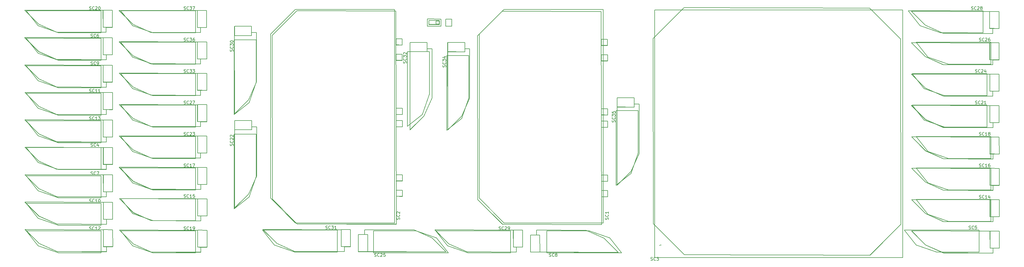
<source format=gbr>
G04 #@! TF.GenerationSoftware,KiCad,Pcbnew,(5.0.2-5-10.14)*
G04 #@! TF.CreationDate,2019-03-02T12:48:45-06:00*
G04 #@! TF.ProjectId,BackPanel,4261636b-5061-46e6-956c-2e6b69636164,rev?*
G04 #@! TF.SameCoordinates,Original*
G04 #@! TF.FileFunction,Legend,Top*
G04 #@! TF.FilePolarity,Positive*
%FSLAX46Y46*%
G04 Gerber Fmt 4.6, Leading zero omitted, Abs format (unit mm)*
G04 Created by KiCad (PCBNEW (5.0.2-5-10.14)) date Saturday, March 02, 2019 at 12:48:45 PM*
%MOMM*%
%LPD*%
G01*
G04 APERTURE LIST*
%ADD10C,0.200000*%
%ADD11C,0.150000*%
G04 APERTURE END LIST*
D10*
X236789784Y-117350060D02*
X236771273Y-117368873D01*
X236774504Y-119377501D02*
X238758330Y-119382016D01*
X238789182Y-119350661D02*
X238758330Y-119382016D01*
X106601209Y-169410242D02*
X106592378Y-163921081D01*
X91601528Y-171004376D02*
X107571020Y-171040714D01*
X107583361Y-171028173D02*
X107571020Y-171040714D01*
X85808412Y-168396327D02*
X91601528Y-171004376D01*
X91613868Y-170991834D02*
X91601528Y-171004376D01*
X55358010Y-142916710D02*
X55345670Y-142929252D01*
X76111125Y-138472819D02*
X76119956Y-143961980D01*
X76111125Y-138472819D02*
X50859365Y-138415358D01*
X50859365Y-138415358D02*
X55358010Y-142916710D01*
X81322108Y-163882433D02*
X85820753Y-168383785D01*
X85820753Y-168383785D02*
X91613868Y-170991834D01*
X91613868Y-170991834D02*
X107583361Y-171028173D01*
X107583361Y-171028173D02*
X107580792Y-169431326D01*
X106582699Y-169429055D02*
X107580792Y-169431326D01*
X106576065Y-153781103D02*
X109570345Y-153787917D01*
X109570345Y-153787917D02*
X109579176Y-159277078D01*
X106576065Y-153781103D02*
X106557554Y-153799916D01*
X106608692Y-174061059D02*
X106590181Y-174079871D01*
X106608692Y-174061059D02*
X109602971Y-174067872D01*
X106617523Y-179550220D02*
X106608692Y-174061059D01*
X109602971Y-174067872D02*
X109611802Y-179557033D01*
X76143891Y-147314510D02*
X76125380Y-147333323D01*
X76152721Y-152803671D02*
X76134211Y-152822484D01*
X76143891Y-147314510D02*
X79138170Y-147321324D01*
X76152721Y-152803671D02*
X76143891Y-147314510D01*
X79147001Y-152810485D02*
X76152721Y-152803671D01*
X79138170Y-147321324D02*
X79147001Y-152810485D01*
X184588560Y-106300540D02*
X181195043Y-106292818D01*
X61193890Y-172106272D02*
X77163382Y-172142610D01*
X77163382Y-172142610D02*
X77160813Y-170545764D01*
X76162720Y-170543492D02*
X77160813Y-170545764D01*
X155895281Y-179378685D02*
X152901002Y-179371872D01*
X155886451Y-173889524D02*
X155895281Y-179378685D01*
X137901320Y-180966005D02*
X153870812Y-181002344D01*
X153883153Y-180989802D02*
X153870812Y-181002344D01*
X132108205Y-178357956D02*
X137901320Y-180966005D01*
X137913661Y-180953464D02*
X137901320Y-180966005D01*
X127621900Y-173844063D02*
X127609560Y-173856604D01*
X127609560Y-173856604D02*
X132108205Y-178357956D01*
X132120545Y-178345415D02*
X132108205Y-178357956D01*
X152873660Y-173901523D02*
X152882491Y-179390684D01*
X152873660Y-173901523D02*
X127621900Y-173844063D01*
X127621900Y-173844063D02*
X132120545Y-178345415D01*
X132120545Y-178345415D02*
X137913661Y-180953464D01*
X137913661Y-180953464D02*
X153883153Y-180989802D01*
X153883153Y-180989802D02*
X153880584Y-179392955D01*
X341391270Y-178821610D02*
X347184386Y-181429659D01*
X347184386Y-181429659D02*
X363153878Y-181465998D01*
X363153878Y-181465998D02*
X363151309Y-179869151D01*
X362153216Y-179866880D02*
X363151309Y-179869151D01*
X170550752Y-114236681D02*
X172534578Y-114241195D01*
X172565429Y-114209841D02*
X172534578Y-114241195D01*
X170569243Y-114205299D02*
X172565429Y-114209841D01*
X172562218Y-112213782D02*
X172565429Y-114209841D01*
X170566031Y-112209240D02*
X172562218Y-112213782D01*
X170569243Y-114205299D02*
X170550732Y-114224111D01*
X170566031Y-112209240D02*
X170569243Y-114205299D01*
X170566031Y-112209240D02*
X170547520Y-112228052D01*
X170574059Y-117199386D02*
X170555549Y-117218199D01*
X170574059Y-117199386D02*
X170577271Y-119195445D01*
X172570246Y-117203929D02*
X172573457Y-119199987D01*
X170574059Y-117199386D02*
X172570246Y-117203929D01*
X170558780Y-119226827D02*
X172542606Y-119231342D01*
X172573457Y-119199987D02*
X172542606Y-119231342D01*
X170577271Y-119195445D02*
X172573457Y-119199987D01*
X170577271Y-119195445D02*
X170558760Y-119214258D01*
X172598344Y-134669442D02*
X172601556Y-136665500D01*
X170602158Y-134664899D02*
X172598344Y-134669442D01*
X170602158Y-134664899D02*
X170605369Y-136660958D01*
X106543439Y-133501148D02*
X109537719Y-133507961D01*
X106552270Y-138990309D02*
X106543439Y-133501148D01*
X109546550Y-138997122D02*
X106552270Y-138990309D01*
X109537719Y-133507961D02*
X109546550Y-138997122D01*
X91552589Y-140584442D02*
X107522081Y-140620781D01*
X107534421Y-140608239D02*
X107522081Y-140620781D01*
X85759473Y-137976393D02*
X91552589Y-140584442D01*
X91564929Y-140571901D02*
X91552589Y-140584442D01*
X81273169Y-133462500D02*
X81260828Y-133475041D01*
X170608580Y-138657017D02*
X170611792Y-140653075D01*
X170608580Y-138657017D02*
X170590069Y-138675829D01*
X170636679Y-156122530D02*
X170618168Y-156141342D01*
X76153889Y-165054331D02*
X50902129Y-164996871D01*
X50902129Y-164996871D02*
X55400774Y-169498223D01*
X55400774Y-169498223D02*
X61193890Y-172106272D01*
X183441611Y-106447006D02*
X183440994Y-106447633D01*
X61110276Y-127816292D02*
X77079768Y-127852631D01*
X77092109Y-127840089D02*
X77079768Y-127852631D01*
X55317160Y-125208244D02*
X61110276Y-127816292D01*
X180671120Y-108116354D02*
X180668035Y-108119490D01*
X183442599Y-107445662D02*
X184440693Y-107447933D01*
X362090161Y-129148178D02*
X362071650Y-129166991D01*
X362090161Y-129148178D02*
X362081330Y-123659017D01*
X347090480Y-130742312D02*
X363059972Y-130778651D01*
X363072313Y-130766109D02*
X363059972Y-130778651D01*
X341297364Y-128134263D02*
X347090480Y-130742312D01*
X347102820Y-130729770D02*
X347090480Y-130742312D01*
X236852403Y-156273203D02*
X236855614Y-158269262D01*
X236855614Y-158269262D02*
X238851801Y-158273804D01*
X238851801Y-158273804D02*
X238848590Y-156277746D01*
X236852403Y-156273203D02*
X238848590Y-156277746D01*
X238859829Y-163263951D02*
X238856618Y-161267892D01*
X236860431Y-161263350D02*
X238856618Y-161267892D01*
X236845152Y-163290791D02*
X238828977Y-163295305D01*
X85837066Y-178523763D02*
X91630182Y-181131812D01*
X91630182Y-181131812D02*
X107599674Y-181168150D01*
X107599674Y-181168150D02*
X107597105Y-179571304D01*
X106599012Y-179569032D02*
X107597105Y-179571304D01*
X109564638Y-169448410D02*
X107580812Y-169443896D01*
X109595489Y-169417056D02*
X109564638Y-169448410D01*
X106592378Y-163921081D02*
X109586658Y-163927894D01*
X109595489Y-169417056D02*
X106601209Y-169410242D01*
X109586658Y-163927894D02*
X109595489Y-169417056D01*
X106592378Y-163921081D02*
X106573868Y-163939893D01*
X106601209Y-169410242D02*
X106582699Y-169429055D01*
X106566385Y-159289077D02*
X107564479Y-159291348D01*
X106559752Y-143641125D02*
X109554032Y-143647939D01*
X109554032Y-143647939D02*
X109562863Y-149137100D01*
X109532011Y-149168454D02*
X107548186Y-149163940D01*
X109562863Y-149137100D02*
X109532011Y-149168454D01*
X109562863Y-149137100D02*
X106568583Y-149130287D01*
X106559752Y-143641125D02*
X106541241Y-143659938D01*
X106568583Y-149130287D02*
X106550072Y-149149099D01*
X106568583Y-149130287D02*
X106559752Y-143641125D01*
X91568902Y-150724420D02*
X107538394Y-150760759D01*
X107550735Y-150748217D02*
X107538394Y-150760759D01*
X85775786Y-148116371D02*
X91568902Y-150724420D01*
X91581242Y-150711879D02*
X91568902Y-150724420D01*
X81289482Y-143602477D02*
X81277141Y-143615019D01*
X81277141Y-143615019D02*
X85775786Y-148116371D01*
X76115381Y-129593502D02*
X76096870Y-129612314D01*
X76115381Y-129593502D02*
X79109661Y-129600315D01*
X76124212Y-135082663D02*
X76115381Y-129593502D01*
X79109661Y-129600315D02*
X79118492Y-135089476D01*
X181195043Y-106292818D02*
X181167277Y-106321037D01*
X347057853Y-110462357D02*
X363027346Y-110498695D01*
X363039686Y-110486153D02*
X363027346Y-110498695D01*
X341264738Y-107854308D02*
X347057853Y-110462357D01*
X347070194Y-110449815D02*
X347057853Y-110462357D01*
X336778433Y-103340414D02*
X336766093Y-103352955D01*
X55358010Y-142916710D02*
X61151126Y-145524759D01*
X61151126Y-145524759D02*
X77120618Y-145561098D01*
X77120618Y-145561098D02*
X77118049Y-143964251D01*
X76119956Y-143961980D02*
X77118049Y-143964251D01*
X79116150Y-152841839D02*
X77132324Y-152837325D01*
X79147001Y-152810485D02*
X79116150Y-152841839D01*
X211410177Y-179505009D02*
X208415897Y-179498196D01*
X211401346Y-174015848D02*
X211410177Y-179505009D01*
X193416215Y-181092330D02*
X209385708Y-181128668D01*
X209398048Y-181116126D02*
X209385708Y-181128668D01*
X187623100Y-178484281D02*
X193416215Y-181092330D01*
X193428556Y-181079788D02*
X193416215Y-181092330D01*
X183136795Y-173970387D02*
X183124455Y-173982928D01*
X61153040Y-154397805D02*
X77122532Y-154434144D01*
X77134873Y-154421602D02*
X77122532Y-154434144D01*
X55359924Y-151789756D02*
X61153040Y-154397805D01*
X61165381Y-154385263D02*
X61153040Y-154397805D01*
X50873620Y-147275862D02*
X50861279Y-147288404D01*
X50861279Y-147288404D02*
X55359924Y-151789756D01*
X55372265Y-151777214D02*
X55359924Y-151789756D01*
X186556785Y-108132890D02*
X186553092Y-105837422D01*
X186559870Y-108129754D02*
X186556785Y-108132890D01*
X336811060Y-123620369D02*
X336798719Y-123632911D01*
X336798719Y-123632911D02*
X341297364Y-128134263D01*
X341309705Y-128121721D02*
X341297364Y-128134263D01*
X362062819Y-123677830D02*
X362071650Y-129166991D01*
X362062819Y-123677830D02*
X336811060Y-123620369D01*
X336811060Y-123620369D02*
X341309705Y-128121721D01*
X341309705Y-128121721D02*
X347102820Y-130729770D01*
X347102820Y-130729770D02*
X363072313Y-130766109D01*
X81260828Y-133475041D02*
X85759473Y-137976393D01*
X85771814Y-137963852D02*
X85759473Y-137976393D01*
X106524928Y-133519960D02*
X106533759Y-139009121D01*
X106524928Y-133519960D02*
X81273169Y-133462500D01*
X81273169Y-133462500D02*
X85771814Y-137963852D01*
X85771814Y-137963852D02*
X91564929Y-140571901D01*
X91564929Y-140571901D02*
X107534421Y-140608239D01*
X107534421Y-140608239D02*
X107531852Y-139011392D01*
X106533759Y-139009121D02*
X107531852Y-139011392D01*
X109499385Y-128888499D02*
X107515559Y-128883984D01*
X109530237Y-128857144D02*
X109499385Y-128888499D01*
X106527126Y-123361170D02*
X109521406Y-123367983D01*
X109530237Y-128857144D02*
X106535957Y-128850331D01*
X109521406Y-123367983D02*
X109530237Y-128857144D01*
X106527126Y-123361170D02*
X106508615Y-123379982D01*
X106535957Y-128850331D02*
X106517446Y-128869143D01*
X106535957Y-128850331D02*
X106527126Y-123361170D01*
X91536275Y-130444465D02*
X107505768Y-130480803D01*
X107518108Y-130468262D02*
X107505768Y-130480803D01*
X85743160Y-127836416D02*
X91536275Y-130444465D01*
X91548616Y-130431923D02*
X91536275Y-130444465D01*
X81256855Y-123322522D02*
X81244515Y-123335064D01*
X81244515Y-123335064D02*
X85743160Y-127836416D01*
X85755500Y-127823874D02*
X85743160Y-127836416D01*
X106508615Y-123379982D02*
X106517446Y-128869143D01*
X106508615Y-123379982D02*
X81256855Y-123322522D01*
X81256855Y-123322522D02*
X85755500Y-127823874D01*
X85755500Y-127823874D02*
X91548616Y-130431923D01*
X363121252Y-161186042D02*
X363108911Y-161198584D01*
X341346304Y-158554197D02*
X347139419Y-161162245D01*
X347151760Y-161149704D02*
X347139419Y-161162245D01*
X336859999Y-154040303D02*
X336847659Y-154052844D01*
X336847659Y-154052844D02*
X341346304Y-158554197D01*
X81326080Y-174034952D02*
X85824725Y-178536305D01*
X85837066Y-178523763D02*
X85824725Y-178536305D01*
X106590181Y-174079871D02*
X106599012Y-179569032D01*
X106590181Y-174079871D02*
X81338421Y-174022411D01*
X81338421Y-174022411D02*
X85837066Y-178523763D01*
X161427287Y-180988114D02*
X161408776Y-181006927D01*
X158402156Y-181012655D02*
X158393325Y-175523494D01*
X158433007Y-180981301D02*
X158402156Y-181012655D01*
X158424176Y-175492140D02*
X158393325Y-175523494D01*
X161418456Y-175498953D02*
X161427287Y-180988114D01*
X158424176Y-175492140D02*
X161418456Y-175498953D01*
X158433007Y-180981301D02*
X158424176Y-175492140D01*
X161427287Y-180988114D02*
X158433007Y-180981301D01*
X76072617Y-103011989D02*
X79066897Y-103018803D01*
X79066897Y-103018803D02*
X79075728Y-108507964D01*
X79044876Y-108539318D02*
X77061050Y-108534804D01*
X79075728Y-108507964D02*
X79044876Y-108539318D01*
X79075728Y-108507964D02*
X76081448Y-108501150D01*
X76072617Y-103011989D02*
X76054106Y-103030802D01*
X76081448Y-108501150D02*
X76062937Y-108519963D01*
X76081448Y-108501150D02*
X76072617Y-103011989D01*
X61081766Y-110095284D02*
X77051259Y-110131623D01*
X77063599Y-110119081D02*
X77051259Y-110131623D01*
X55288651Y-107487235D02*
X61081766Y-110095284D01*
X61094107Y-110082742D02*
X61081766Y-110095284D01*
X50802346Y-102973341D02*
X50790006Y-102985883D01*
X50790006Y-102985883D02*
X55288651Y-107487235D01*
X55300991Y-107474693D02*
X55288651Y-107487235D01*
X76054106Y-103030802D02*
X76062937Y-108519963D01*
X76054106Y-103030802D02*
X50802346Y-102973341D01*
X236824305Y-138807691D02*
X236827516Y-140803749D01*
X236827516Y-140803749D02*
X238823702Y-140808292D01*
X238823702Y-140808292D02*
X238820491Y-138812233D01*
X236824305Y-138807691D02*
X238820491Y-138812233D01*
X236837124Y-158300644D02*
X238820949Y-158305159D01*
X362128072Y-164237741D02*
X362136903Y-169726902D01*
X362128072Y-164237741D02*
X336876312Y-164180281D01*
X336876312Y-164180281D02*
X341374957Y-168681633D01*
X341374957Y-168681633D02*
X347168073Y-171289682D01*
X347168073Y-171289682D02*
X363137565Y-171326020D01*
X363137565Y-171326020D02*
X363134996Y-169729173D01*
X362136903Y-169726902D02*
X363134996Y-169729173D01*
X106584896Y-159270264D02*
X106576065Y-153781103D01*
X109548325Y-159308432D02*
X107564499Y-159303918D01*
X109579176Y-159277078D02*
X109548325Y-159308432D01*
X109579176Y-159277078D02*
X106584896Y-159270264D01*
X106584896Y-159270264D02*
X106566385Y-159289077D01*
X91585215Y-160864398D02*
X107554707Y-160900737D01*
X107567048Y-160888195D02*
X107554707Y-160900737D01*
X85792099Y-158256349D02*
X91585215Y-160864398D01*
X91597555Y-160851856D02*
X91585215Y-160864398D01*
X81305795Y-153742455D02*
X81293454Y-153754997D01*
X81293454Y-153754997D02*
X85792099Y-158256349D01*
X85804440Y-158243807D02*
X85792099Y-158256349D01*
X106557554Y-153799916D02*
X106566385Y-159289077D01*
X106557554Y-153799916D02*
X81305795Y-153742455D01*
X81305795Y-153742455D02*
X85804440Y-158243807D01*
X85804440Y-158243807D02*
X91597555Y-160851856D01*
X91597555Y-160851856D02*
X107567048Y-160888195D01*
X107567048Y-160888195D02*
X107564479Y-159291348D01*
X341358644Y-158541655D02*
X341346304Y-158554197D01*
X362111759Y-154097763D02*
X362120590Y-159586924D01*
X362111759Y-154097763D02*
X336859999Y-154040303D01*
X336859999Y-154040303D02*
X341358644Y-158541655D01*
X341358644Y-158541655D02*
X347151760Y-161149704D01*
X238785970Y-117354603D02*
X238789182Y-119350661D01*
X236789784Y-117350060D02*
X238785970Y-117354603D01*
X236789784Y-117350060D02*
X236792995Y-119346119D01*
X236792995Y-119346119D02*
X238789182Y-119350661D01*
X236792995Y-119346119D02*
X236774484Y-119364932D01*
X236817882Y-134815573D02*
X236799371Y-134834386D01*
X236802603Y-136843014D02*
X238786428Y-136847528D01*
X238817280Y-136816174D02*
X238786428Y-136847528D01*
X236821093Y-136811632D02*
X236802583Y-136830444D01*
X236817882Y-134815573D02*
X236821093Y-136811632D01*
X363072313Y-130766109D02*
X363069744Y-129169262D01*
X362071650Y-129166991D02*
X363069744Y-129169262D01*
X362097643Y-133798995D02*
X362079132Y-133817808D01*
X362097643Y-133798995D02*
X365091923Y-133805809D01*
X362106474Y-139288156D02*
X362097643Y-133798995D01*
X365091923Y-133805809D02*
X365100754Y-139294970D01*
X365069903Y-139326324D02*
X363086077Y-139321810D01*
X365100754Y-139294970D02*
X365069903Y-139326324D01*
X365100754Y-139294970D02*
X362106474Y-139288156D01*
X362106474Y-139288156D02*
X362087963Y-139306969D01*
X347106793Y-140882290D02*
X363076285Y-140918628D01*
X363088626Y-140906087D02*
X363076285Y-140918628D01*
X341313677Y-138274241D02*
X347106793Y-140882290D01*
X347119133Y-140869748D02*
X347106793Y-140882290D01*
X336827373Y-133760347D02*
X336815032Y-133772889D01*
X336815032Y-133772889D02*
X341313677Y-138274241D01*
X341326018Y-138261699D02*
X341313677Y-138274241D01*
X362079132Y-133817808D02*
X362087963Y-139306969D01*
X362079132Y-133817808D02*
X336827373Y-133760347D01*
X336827373Y-133760347D02*
X341326018Y-138261699D01*
X341326018Y-138261699D02*
X347119133Y-140869748D01*
X347119133Y-140869748D02*
X363088626Y-140906087D01*
X363088626Y-140906087D02*
X363086057Y-139309240D01*
X362087963Y-139306969D02*
X363086057Y-139309240D01*
X362113957Y-143938973D02*
X365108236Y-143945786D01*
X365108236Y-143945786D02*
X365117067Y-149434948D01*
X365086216Y-149466302D02*
X363102390Y-149461788D01*
X365117067Y-149434948D02*
X365086216Y-149466302D01*
X365117067Y-149434948D02*
X362122787Y-149428134D01*
X362113957Y-143938973D02*
X362095446Y-143957785D01*
X362122787Y-149428134D02*
X362104277Y-149446947D01*
X362122787Y-149428134D02*
X362113957Y-143938973D01*
X347123106Y-151022268D02*
X363092598Y-151058606D01*
X363104939Y-151046065D02*
X363092598Y-151058606D01*
X341329990Y-148414219D02*
X347123106Y-151022268D01*
X347135447Y-151009726D02*
X347123106Y-151022268D01*
X336843686Y-143900325D02*
X336831345Y-143912867D01*
X336831345Y-143912867D02*
X341329990Y-148414219D01*
X341342331Y-148401677D02*
X341329990Y-148414219D01*
X362095446Y-143957785D02*
X362104277Y-149446947D01*
X362095446Y-143957785D02*
X336843686Y-143900325D01*
X336843686Y-143900325D02*
X341342331Y-148401677D01*
X341342331Y-148401677D02*
X347135447Y-151009726D01*
X347135447Y-151009726D02*
X363104939Y-151046065D01*
X363104939Y-151046065D02*
X363102370Y-149449218D01*
X362104277Y-149446947D02*
X363102370Y-149449218D01*
X365102529Y-159606279D02*
X363118703Y-159601765D01*
X365133380Y-159574925D02*
X365102529Y-159606279D01*
X362130270Y-154078951D02*
X365124549Y-154085764D01*
X365133380Y-159574925D02*
X362139101Y-159568112D01*
X365124549Y-154085764D02*
X365133380Y-159574925D01*
X362130270Y-154078951D02*
X362111759Y-154097763D01*
X362139101Y-159568112D02*
X362120590Y-159586924D01*
X362139101Y-159568112D02*
X362130270Y-154078951D01*
X347139419Y-161162245D02*
X363108911Y-161198584D01*
X76158145Y-156175014D02*
X76139634Y-156193827D01*
X76166976Y-161664176D02*
X76158145Y-156175014D01*
X79130404Y-161702343D02*
X77146579Y-161697829D01*
X79161256Y-161670989D02*
X79130404Y-161702343D01*
X79161256Y-161670989D02*
X76166976Y-161664176D01*
X76166976Y-161664176D02*
X76148465Y-161682988D01*
X61167295Y-163258309D02*
X77136787Y-163294648D01*
X55329501Y-125195702D02*
X55317160Y-125208244D01*
X76082615Y-120751810D02*
X76091446Y-126240971D01*
X76082615Y-120751810D02*
X50830856Y-120694350D01*
X50830856Y-120694350D02*
X55329501Y-125195702D01*
X81322108Y-163882433D02*
X81309767Y-163894975D01*
X81309767Y-163894975D02*
X85808412Y-168396327D01*
X85820753Y-168383785D02*
X85808412Y-168396327D01*
X106573868Y-163939893D02*
X106582699Y-169429055D01*
X106573868Y-163939893D02*
X81322108Y-163882433D01*
X365149693Y-169714903D02*
X365118842Y-169746257D01*
X362146583Y-164218928D02*
X362128072Y-164237741D01*
X362155414Y-169708090D02*
X362136903Y-169726902D01*
X362146583Y-164218928D02*
X365140863Y-164225742D01*
X362155414Y-169708090D02*
X362146583Y-164218928D01*
X365149693Y-169714903D02*
X362155414Y-169708090D01*
X365140863Y-164225742D02*
X365149693Y-169714903D01*
X347155732Y-171302223D02*
X363125224Y-171338562D01*
X363137565Y-171326020D02*
X363125224Y-171338562D01*
X341362617Y-168694174D02*
X347155732Y-171302223D01*
X347168073Y-171289682D02*
X347155732Y-171302223D01*
X336876312Y-164180281D02*
X336863972Y-164192822D01*
X336863972Y-164192822D02*
X341362617Y-168694174D01*
X341374957Y-168681633D02*
X341362617Y-168694174D01*
X188552972Y-108137432D02*
X186556785Y-108132890D01*
X188556057Y-108134297D02*
X188552972Y-108137432D01*
X188556057Y-108134297D02*
X186559870Y-108129754D01*
X181169364Y-107618475D02*
X181167277Y-106321037D01*
X186559870Y-108129754D02*
X186556178Y-105834287D01*
X186556178Y-105834287D02*
X186553092Y-105837422D01*
X184590647Y-107597979D02*
X184562881Y-107626197D01*
X215914178Y-174044972D02*
X215916717Y-175622964D01*
X213917051Y-181138979D02*
X242163091Y-181203253D01*
X242175431Y-181190711D02*
X242163091Y-181203253D01*
X216923672Y-181133251D02*
X242175431Y-181190711D01*
X216942182Y-181114438D02*
X216923672Y-181133251D01*
X216933352Y-175625277D02*
X216942182Y-181114438D01*
X79084296Y-111879314D02*
X79093127Y-117368475D01*
X76090016Y-111872501D02*
X76071505Y-111891313D01*
X76098847Y-117361662D02*
X76090016Y-111872501D01*
X79062275Y-117399829D02*
X77078450Y-117395315D01*
X79093127Y-117368475D02*
X79062275Y-117399829D01*
X79093127Y-117368475D02*
X76098847Y-117361662D01*
X76098847Y-117361662D02*
X76080336Y-117380474D01*
X184441310Y-107447306D02*
X184440693Y-107447933D01*
X183124455Y-173982928D02*
X187623100Y-178484281D01*
X187635440Y-178471739D02*
X187623100Y-178484281D01*
X208388555Y-174027847D02*
X208397386Y-179517008D01*
X208388555Y-174027847D02*
X183136795Y-173970387D01*
X183136795Y-173970387D02*
X187635440Y-178471739D01*
X187635440Y-178471739D02*
X193428556Y-181079788D01*
X193428556Y-181079788D02*
X209398048Y-181116126D01*
X209398048Y-181116126D02*
X209395479Y-179519280D01*
X208397386Y-179517008D02*
X209395479Y-179519280D01*
X215901838Y-174057513D02*
X215904356Y-175622936D01*
X215914178Y-174044972D02*
X215901838Y-174057513D01*
X242175431Y-181190711D02*
X237676786Y-176689359D01*
X237676786Y-176689359D02*
X231883671Y-174081310D01*
X231883671Y-174081310D02*
X215914178Y-174044972D01*
X152882491Y-179390684D02*
X153880584Y-179392955D01*
X211379325Y-179536364D02*
X209395500Y-179531849D01*
X211410177Y-179505009D02*
X211379325Y-179536364D01*
X208407066Y-174009035D02*
X208388555Y-174027847D01*
X208415897Y-179498196D02*
X208397386Y-179517008D01*
X208407066Y-174009035D02*
X211401346Y-174015848D01*
X208415897Y-179498196D02*
X208407066Y-174009035D01*
X184562881Y-107626197D02*
X181169364Y-107618475D01*
X188552364Y-105838829D02*
X188556057Y-108134297D01*
X186556178Y-105834287D02*
X188552364Y-105838829D01*
X204908257Y-172200349D02*
X204920598Y-172187808D01*
X76124212Y-135082663D02*
X76105701Y-135101476D01*
X61124531Y-136676797D02*
X77094023Y-136713135D01*
X77106363Y-136700594D02*
X77094023Y-136713135D01*
X55331415Y-134068748D02*
X61124531Y-136676797D01*
X61136871Y-136664255D02*
X61124531Y-136676797D01*
X50845111Y-129554854D02*
X50832770Y-129567396D01*
X50832770Y-129567396D02*
X55331415Y-134068748D01*
X55343756Y-134056206D02*
X55331415Y-134068748D01*
X76096870Y-129612314D02*
X76105701Y-135101476D01*
X76096870Y-129612314D02*
X50845111Y-129554854D01*
X50845111Y-129554854D02*
X55343756Y-134056206D01*
X55343756Y-134056206D02*
X61136871Y-136664255D01*
X61136871Y-136664255D02*
X77106363Y-136700594D01*
X77106363Y-136700594D02*
X77103794Y-135103747D01*
X76105701Y-135101476D02*
X77103794Y-135103747D01*
X155864430Y-179410039D02*
X153880604Y-179405525D01*
X155895281Y-179378685D02*
X155864430Y-179410039D01*
X152892171Y-173882710D02*
X152873660Y-173901523D01*
X152901002Y-179371872D02*
X152882491Y-179390684D01*
X152892171Y-173882710D02*
X155886451Y-173889524D01*
X152901002Y-179371872D02*
X152892171Y-173882710D01*
X85788127Y-148103830D02*
X85775786Y-148116371D01*
X106541241Y-143659938D02*
X106550072Y-149149099D01*
X106541241Y-143659938D02*
X81289482Y-143602477D01*
X81289482Y-143602477D02*
X85788127Y-148103830D01*
X91548616Y-130431923D02*
X107518108Y-130468262D01*
X107518108Y-130468262D02*
X107515539Y-128871415D01*
X106517446Y-128869143D02*
X107515539Y-128871415D01*
X109483072Y-118748521D02*
X107499246Y-118744007D01*
X213939072Y-175618464D02*
X216933352Y-175625277D01*
X216942182Y-181114438D02*
X213947903Y-181107625D01*
X213917051Y-181138979D02*
X213908220Y-175649818D01*
X213947903Y-181107625D02*
X213917051Y-181138979D01*
X107501795Y-120328284D02*
X107499226Y-118731437D01*
X106501133Y-118729166D02*
X107499226Y-118731437D01*
X124022507Y-141609565D02*
X124003996Y-141628377D01*
X124022507Y-141609565D02*
X118532994Y-141597073D01*
X124017690Y-138615477D02*
X124022507Y-141609565D01*
X238823702Y-140808292D02*
X238792851Y-140839646D01*
X236827516Y-140803749D02*
X236809005Y-140822562D01*
X236824305Y-138807691D02*
X236805794Y-138826503D01*
X122990340Y-131952067D02*
X125576069Y-126169402D01*
X125576069Y-126169402D02*
X125550379Y-110200933D01*
X125550379Y-110200933D02*
X123971971Y-110197342D01*
X118479217Y-108169937D02*
X118448365Y-108201291D01*
X118448365Y-108201291D02*
X118493805Y-136445521D01*
X118506145Y-136432979D02*
X118493805Y-136445521D01*
X255789253Y-178874990D02*
X255603644Y-178984711D01*
X184439704Y-106449277D02*
X183441611Y-106447006D01*
X79087640Y-135120831D02*
X77103815Y-135116316D01*
X79118492Y-135089476D02*
X79087640Y-135120831D01*
X79118492Y-135089476D02*
X76124212Y-135082663D01*
X170636679Y-156122530D02*
X170639890Y-158118588D01*
X172636076Y-158123130D02*
X172632865Y-156127072D01*
X170636679Y-156122530D02*
X172632865Y-156127072D01*
X50819745Y-111833853D02*
X50807405Y-111846394D01*
X50807405Y-111846394D02*
X55306050Y-116347746D01*
X55318390Y-116335205D02*
X55306050Y-116347746D01*
X76071505Y-111891313D02*
X76080336Y-117380474D01*
X76071505Y-111891313D02*
X50819745Y-111833853D01*
X50819745Y-111833853D02*
X55318390Y-116335205D01*
X160399283Y-173918648D02*
X160386942Y-173931189D01*
X186660536Y-181064387D02*
X182161891Y-176563035D01*
X182161891Y-176563035D02*
X176368775Y-173954986D01*
X176368775Y-173954986D02*
X160399283Y-173918648D01*
X160399283Y-173918648D02*
X160401822Y-175496640D01*
X336766093Y-103352955D02*
X341264738Y-107854308D01*
X341277078Y-107841766D02*
X341264738Y-107854308D01*
X362030193Y-103397874D02*
X362039024Y-108887035D01*
X180667427Y-105820887D02*
X180664342Y-105824022D01*
X185059645Y-108129483D02*
X180668035Y-108119490D01*
X77120618Y-145561098D02*
X77108278Y-145573639D01*
X55345670Y-142929252D02*
X61138785Y-145537301D01*
X61151126Y-145524759D02*
X61138785Y-145537301D01*
X50859365Y-138415358D02*
X50847025Y-138427900D01*
X50847025Y-138427900D02*
X55345670Y-142929252D01*
X79073386Y-126260326D02*
X77089560Y-126255812D01*
X79104237Y-126228972D02*
X79073386Y-126260326D01*
X76101126Y-120732998D02*
X76082615Y-120751810D01*
X183443216Y-107445035D02*
X184441310Y-107447306D01*
X158402156Y-181012655D02*
X186648195Y-181076929D01*
X186660536Y-181064387D02*
X186648195Y-181076929D01*
X161408776Y-181006927D02*
X186660536Y-181064387D01*
X181195043Y-106292818D02*
X181197130Y-107590257D01*
X50916384Y-173857375D02*
X55415029Y-178358727D01*
X55415029Y-178358727D02*
X61208145Y-180966776D01*
X61208145Y-180966776D02*
X77177637Y-181003115D01*
X362046506Y-113537852D02*
X336794747Y-113480392D01*
X336794747Y-113480392D02*
X341293392Y-117981744D01*
X341293392Y-117981744D02*
X347086507Y-120589793D01*
X181197130Y-107590257D02*
X184590647Y-107597979D01*
X347086507Y-120589793D02*
X363055999Y-120626131D01*
X363055999Y-120626131D02*
X363053430Y-119029284D01*
X362055337Y-119027013D02*
X363053430Y-119029284D01*
X362081330Y-123659017D02*
X365075610Y-123665831D01*
X365075610Y-123665831D02*
X365084441Y-129154992D01*
X365053590Y-129186346D02*
X363069764Y-129181832D01*
X365084441Y-129154992D02*
X365053590Y-129186346D01*
X365084441Y-129154992D02*
X362090161Y-129148178D01*
X362081330Y-123659017D02*
X362062819Y-123677830D01*
X50802346Y-102973341D02*
X55300991Y-107474693D01*
X55300991Y-107474693D02*
X61094107Y-110082742D01*
X61094107Y-110082742D02*
X77063599Y-110119081D01*
X77063599Y-110119081D02*
X77061030Y-108522234D01*
X76062937Y-108519963D02*
X77061030Y-108522234D01*
X180571002Y-113387760D02*
X180575819Y-116381848D01*
X175081489Y-113375268D02*
X180571002Y-113387760D01*
X180575819Y-116381848D02*
X180557308Y-116400660D01*
X180575819Y-116381848D02*
X175086306Y-116369356D01*
X175067795Y-116388169D02*
X180557308Y-116400660D01*
X365059297Y-113525853D02*
X365068128Y-119015014D01*
X365037276Y-119046368D02*
X363053451Y-119041854D01*
X365068128Y-119015014D02*
X365037276Y-119046368D01*
X365068128Y-119015014D02*
X362073848Y-119008201D01*
X362065017Y-113519039D02*
X362046506Y-113537852D01*
X362073848Y-119008201D02*
X362055337Y-119027013D01*
X362073848Y-119008201D02*
X362065017Y-113519039D01*
X347074167Y-120602334D02*
X363043659Y-120638673D01*
X363055999Y-120626131D02*
X363043659Y-120638673D01*
X341281051Y-117994285D02*
X347074167Y-120602334D01*
X347086507Y-120589793D02*
X347074167Y-120602334D01*
X336794747Y-113480392D02*
X336782406Y-113492933D01*
X336782406Y-113492933D02*
X341281051Y-117994285D01*
X341293392Y-117981744D02*
X341281051Y-117994285D01*
X362046506Y-113537852D02*
X362055337Y-119027013D01*
X55329501Y-125195702D02*
X61122616Y-127803751D01*
X61122616Y-127803751D02*
X77092109Y-127840089D01*
X77092109Y-127840089D02*
X77089540Y-126243242D01*
X76091446Y-126240971D02*
X77089540Y-126243242D01*
X123973547Y-111176516D02*
X123955036Y-111195329D01*
X61122616Y-127803751D02*
X61110276Y-127816292D01*
X50830856Y-120694350D02*
X50818515Y-120706891D01*
X50818515Y-120706891D02*
X55317160Y-125208244D01*
X183440994Y-106447633D02*
X183442599Y-107445662D01*
X61165381Y-154385263D02*
X77134873Y-154421602D01*
X77134873Y-154421602D02*
X77132304Y-152824755D01*
X76134211Y-152822484D02*
X77132304Y-152824755D01*
X79158914Y-179423352D02*
X77175088Y-179418838D01*
X79189765Y-179391998D02*
X79158914Y-179423352D01*
X79189765Y-179391998D02*
X76195486Y-179385184D01*
X76195486Y-179385184D02*
X76176975Y-179403997D01*
X61195804Y-180979318D02*
X77165296Y-181015656D01*
X109580951Y-179588388D02*
X107597125Y-179583873D01*
X109611802Y-179557033D02*
X109580951Y-179588388D01*
X109611802Y-179557033D02*
X106617523Y-179550220D01*
X106617523Y-179550220D02*
X106599012Y-179569032D01*
X347151760Y-161149704D02*
X363121252Y-161186042D01*
X363121252Y-161186042D02*
X363118683Y-159589195D01*
X362120590Y-159586924D02*
X363118683Y-159589195D01*
X365118842Y-169746257D02*
X363135016Y-169741743D01*
X236821093Y-136811632D02*
X238817280Y-136816174D01*
X238814069Y-134820116D02*
X238817280Y-136816174D01*
X236817882Y-134815573D02*
X238814069Y-134820116D01*
X236809025Y-140835131D02*
X238792851Y-140839646D01*
X256080209Y-178817763D02*
X255789253Y-178874990D01*
X185062731Y-108126348D02*
X185059645Y-108129483D01*
X185062731Y-108126348D02*
X180671120Y-108116354D01*
X362048704Y-103379062D02*
X362030193Y-103397874D01*
X362048704Y-103379062D02*
X365042984Y-103385875D01*
X362057535Y-108868223D02*
X362048704Y-103379062D01*
X365042984Y-103385875D02*
X365051815Y-108875036D01*
X365020963Y-108906391D02*
X363037138Y-108901876D01*
X365051815Y-108875036D02*
X365020963Y-108906391D01*
X365051815Y-108875036D02*
X362057535Y-108868223D01*
X362057535Y-108868223D02*
X362039024Y-108887035D01*
X170621399Y-158149970D02*
X172605225Y-158154485D01*
X172636076Y-158123130D02*
X172605225Y-158154485D01*
X170639890Y-158118588D02*
X172636076Y-158123130D01*
X170639890Y-158118588D02*
X170621379Y-158137401D01*
X172644105Y-163113277D02*
X172640893Y-161117218D01*
X170644707Y-161112676D02*
X172640893Y-161117218D01*
X170644707Y-161112676D02*
X170626196Y-161131489D01*
X170644707Y-161112676D02*
X170647918Y-163108735D01*
X170629427Y-163140117D02*
X172613253Y-163144631D01*
X172644105Y-163113277D02*
X172613253Y-163144631D01*
X170647918Y-163108735D02*
X172644105Y-163113277D01*
X170647918Y-163108735D02*
X170629407Y-163127547D01*
X130694942Y-164047272D02*
X130609844Y-111151718D01*
X130609844Y-111151718D02*
X130622184Y-111139177D01*
X170631517Y-172122353D02*
X138692533Y-172049675D01*
X170631517Y-172122353D02*
X170643858Y-172109811D01*
X130694942Y-164047272D02*
X130707282Y-164034730D01*
X138692533Y-172049675D02*
X130694942Y-164047272D01*
X138692533Y-172049675D02*
X138704873Y-172037134D01*
X138594085Y-103173111D02*
X170533070Y-103245789D01*
X130622184Y-111139177D02*
X138594085Y-103173111D01*
X130707282Y-164034730D02*
X130622184Y-111139177D01*
X138704873Y-172037134D02*
X130707282Y-164034730D01*
X170643858Y-172109811D02*
X138704873Y-172037134D01*
X170533070Y-103245789D02*
X170643858Y-172109811D01*
X236766476Y-114387355D02*
X238750302Y-114391869D01*
X175086306Y-116369356D02*
X175067795Y-116388169D01*
X175086306Y-116369356D02*
X175081489Y-113375268D01*
X192727778Y-113415423D02*
X192732595Y-116409510D01*
X187238265Y-113402931D02*
X192727778Y-113415423D01*
X192732595Y-116409510D02*
X192714084Y-116428323D01*
X192732595Y-116409510D02*
X187243082Y-116397019D01*
X187224571Y-116415832D02*
X192714084Y-116428323D01*
X191749388Y-137185061D02*
X194335118Y-131402396D01*
X194335118Y-131402396D02*
X194309428Y-115433928D01*
X194309428Y-115433928D02*
X192731020Y-115430336D01*
X187252853Y-141678515D02*
X191737047Y-137197603D01*
X191749388Y-137185061D02*
X191737047Y-137197603D01*
X187265193Y-141665973D02*
X191749388Y-137185061D01*
X187238265Y-113402931D02*
X187207414Y-113434285D01*
X187207414Y-113434285D02*
X187252853Y-141678515D01*
X187265193Y-141665973D02*
X187252853Y-141678515D01*
X187224571Y-116415832D02*
X187265193Y-141665973D01*
X187243082Y-116397019D02*
X187224571Y-116415832D01*
X187243082Y-116397019D02*
X187238265Y-113402931D01*
X362162896Y-174358906D02*
X362144385Y-174377719D01*
X365135155Y-179886235D02*
X363151329Y-179881721D01*
X365166007Y-179854881D02*
X365135155Y-179886235D01*
X362171727Y-179848067D02*
X362153216Y-179866880D01*
X362162896Y-174358906D02*
X365157176Y-174365720D01*
X362171727Y-179848067D02*
X362162896Y-174358906D01*
X179592612Y-137157399D02*
X182178342Y-131374734D01*
X182178342Y-131374734D02*
X182152652Y-115406265D01*
X182152652Y-115406265D02*
X180574244Y-115402673D01*
X175096077Y-141650852D02*
X179580271Y-137169940D01*
X179592612Y-137157399D02*
X179580271Y-137169940D01*
X175108417Y-141638310D02*
X179592612Y-137157399D01*
X175081489Y-113375268D02*
X175050638Y-113406623D01*
X175050638Y-113406623D02*
X175096077Y-141650852D01*
X175108417Y-141638310D02*
X175096077Y-141650852D01*
X175067795Y-116388169D02*
X175108417Y-141638310D01*
X204809810Y-103323785D02*
X236748794Y-103396463D01*
X196837908Y-111289851D02*
X204809810Y-103323785D01*
X196923006Y-164185404D02*
X196837908Y-111289851D01*
X236859582Y-172260485D02*
X204920598Y-172187808D01*
X236748794Y-103396463D02*
X236859582Y-172260485D01*
X204920598Y-172187808D02*
X196923006Y-164185404D01*
X196910666Y-164197946D02*
X196923006Y-164185404D01*
X204908257Y-172200349D02*
X196910666Y-164197946D01*
X183443216Y-107445035D02*
X183442599Y-107445662D01*
X85788127Y-148103830D02*
X91581242Y-150711879D01*
X91581242Y-150711879D02*
X107550735Y-150748217D01*
X107550735Y-150748217D02*
X107548166Y-149151370D01*
X106550072Y-149149099D02*
X107548166Y-149151370D01*
X106543439Y-133501148D02*
X106524928Y-133519960D01*
X109515698Y-139028476D02*
X107531873Y-139023962D01*
X109546550Y-138997122D02*
X109515698Y-139028476D01*
X106552270Y-138990309D02*
X106533759Y-139009121D01*
X91617841Y-181144354D02*
X107587333Y-181180692D01*
X107599674Y-181168150D02*
X107587333Y-181180692D01*
X85824725Y-178536305D02*
X91617841Y-181144354D01*
X91630182Y-181131812D02*
X91617841Y-181144354D01*
X81338421Y-174022411D02*
X81326080Y-174034952D01*
X336892625Y-174320258D02*
X336880285Y-174332800D01*
X336880285Y-174332800D02*
X341378930Y-178834152D01*
X341391270Y-178821610D02*
X341378930Y-178834152D01*
X362144385Y-174377719D02*
X362153216Y-179866880D01*
X362144385Y-174377719D02*
X336892625Y-174320258D01*
X336892625Y-174320258D02*
X341391270Y-178821610D01*
X55318390Y-116335205D02*
X61111506Y-118943254D01*
X61111506Y-118943254D02*
X77080998Y-118979592D01*
X77080998Y-118979592D02*
X77078429Y-117382745D01*
X76080336Y-117380474D02*
X77078429Y-117382745D01*
X76129636Y-138454006D02*
X76111125Y-138472819D01*
X76129636Y-138454006D02*
X79123916Y-138460819D01*
X76138467Y-143943167D02*
X76129636Y-138454006D01*
X79123916Y-138460819D02*
X79132747Y-143949981D01*
X79101895Y-143981335D02*
X77118069Y-143976821D01*
X79132747Y-143949981D02*
X79101895Y-143981335D01*
X79132747Y-143949981D02*
X76138467Y-143943167D01*
X76138467Y-143943167D02*
X76119956Y-143961980D01*
X61138785Y-145537301D02*
X77108278Y-145573639D01*
X77149128Y-163282106D02*
X77136787Y-163294648D01*
X55374179Y-160650260D02*
X61167295Y-163258309D01*
X61179635Y-163245768D02*
X61167295Y-163258309D01*
X50887875Y-156136367D02*
X50875534Y-156148908D01*
X50875534Y-156148908D02*
X55374179Y-160650260D01*
X55386520Y-160637719D02*
X55374179Y-160650260D01*
X76139634Y-156193827D02*
X76148465Y-161682988D01*
X76139634Y-156193827D02*
X50887875Y-156136367D01*
X50887875Y-156136367D02*
X55386520Y-160637719D01*
X55386520Y-160637719D02*
X61179635Y-163245768D01*
X61179635Y-163245768D02*
X77149128Y-163282106D01*
X77149128Y-163282106D02*
X77146559Y-161685259D01*
X76148465Y-161682988D02*
X77146559Y-161685259D01*
X76186655Y-173896023D02*
X76168144Y-173914835D01*
X76186655Y-173896023D02*
X79180934Y-173902836D01*
X76195486Y-179385184D02*
X76186655Y-173896023D01*
X79180934Y-173902836D02*
X79189765Y-179391998D01*
X76109957Y-126222159D02*
X76091446Y-126240971D01*
X76101126Y-120732998D02*
X79095406Y-120739811D01*
X76109957Y-126222159D02*
X76101126Y-120732998D01*
X79104237Y-126228972D02*
X76109957Y-126222159D01*
X79095406Y-120739811D02*
X79104237Y-126228972D01*
X77177637Y-181003115D02*
X77165296Y-181015656D01*
X55402689Y-178371269D02*
X61195804Y-180979318D01*
X61208145Y-180966776D02*
X61195804Y-180979318D01*
X50916384Y-173857375D02*
X50904044Y-173869917D01*
X50904044Y-173869917D02*
X55402689Y-178371269D01*
X55415029Y-178358727D02*
X55402689Y-178371269D01*
X76168144Y-173914835D02*
X76176975Y-179403997D01*
X76168144Y-173914835D02*
X50916384Y-173857375D01*
X77177637Y-181003115D02*
X77175068Y-179406268D01*
X76176975Y-179403997D02*
X77175068Y-179406268D01*
X76090016Y-111872501D02*
X79084296Y-111879314D01*
X248953649Y-133308900D02*
X247375241Y-133305309D01*
X241882486Y-131277904D02*
X241851635Y-131309258D01*
X241851635Y-131309258D02*
X241897074Y-159553488D01*
X241909414Y-159540946D02*
X241897074Y-159553488D01*
X241868792Y-134290804D02*
X241909414Y-159540946D01*
X241887303Y-134271992D02*
X241868792Y-134290804D01*
X241887303Y-134271992D02*
X241882486Y-131277904D01*
X109466759Y-108608543D02*
X107482933Y-108604029D01*
X109497610Y-108577189D02*
X109466759Y-108608543D01*
X106494500Y-103081214D02*
X106475989Y-103100027D01*
X106503331Y-108570375D02*
X106484820Y-108589188D01*
X106494500Y-103081214D02*
X109488779Y-103088028D01*
X106503331Y-108570375D02*
X106494500Y-103081214D01*
X109497610Y-108577189D02*
X106503331Y-108570375D01*
X109488779Y-103088028D02*
X109497610Y-108577189D01*
X91503649Y-110164509D02*
X107473141Y-110200848D01*
X107485482Y-110188306D02*
X107473141Y-110200848D01*
X85710534Y-107556460D02*
X91503649Y-110164509D01*
X91515990Y-110151967D02*
X91503649Y-110164509D01*
X81224229Y-103042566D02*
X81211889Y-103055108D01*
X81211889Y-103055108D02*
X85710534Y-107556460D01*
X85722874Y-107543918D02*
X85710534Y-107556460D01*
X106475989Y-103100027D02*
X106484820Y-108589188D01*
X106475989Y-103100027D02*
X81224229Y-103042566D01*
X81224229Y-103042566D02*
X85722874Y-107543918D01*
X85722874Y-107543918D02*
X91515990Y-110151967D01*
X91515990Y-110151967D02*
X107485482Y-110188306D01*
X107485482Y-110188306D02*
X107482913Y-108591459D01*
X106484820Y-108589188D02*
X107482913Y-108591459D01*
X76172400Y-165035519D02*
X79166680Y-165042332D01*
X79166680Y-165042332D02*
X79175511Y-170531493D01*
X76172400Y-165035519D02*
X76153889Y-165054331D01*
X76181231Y-170524680D02*
X76172400Y-165035519D01*
X79144659Y-170562848D02*
X77160833Y-170558333D01*
X79175511Y-170531493D02*
X79144659Y-170562848D01*
X79175511Y-170531493D02*
X76181231Y-170524680D01*
X76181231Y-170524680D02*
X76162720Y-170543492D01*
X61181549Y-172118813D02*
X77151042Y-172155152D01*
X77163382Y-172142610D02*
X77151042Y-172155152D01*
X55388434Y-169510765D02*
X61181549Y-172118813D01*
X61193890Y-172106272D02*
X61181549Y-172118813D01*
X50902129Y-164996871D02*
X50889789Y-165009412D01*
X50889789Y-165009412D02*
X55388434Y-169510765D01*
X55400774Y-169498223D02*
X55388434Y-169510765D01*
X76153889Y-165054331D02*
X76162720Y-170543492D01*
X109513924Y-118717167D02*
X109483072Y-118748521D01*
X106510813Y-113221192D02*
X109505093Y-113228005D01*
X109513924Y-118717167D02*
X106519644Y-118710353D01*
X109505093Y-113228005D02*
X109513924Y-118717167D01*
X106510813Y-113221192D02*
X106492302Y-113240004D01*
X106519644Y-118710353D02*
X106501133Y-118729166D01*
X106519644Y-118710353D02*
X106510813Y-113221192D01*
X91519962Y-120304487D02*
X107489455Y-120340825D01*
X107501795Y-120328284D02*
X107489455Y-120340825D01*
X85726847Y-117696438D02*
X91519962Y-120304487D01*
X91532303Y-120291945D02*
X91519962Y-120304487D01*
X81240542Y-113182544D02*
X81228202Y-113195086D01*
X81228202Y-113195086D02*
X85726847Y-117696438D01*
X85739187Y-117683896D02*
X85726847Y-117696438D01*
X106492302Y-113240004D02*
X106501133Y-118729166D01*
X106492302Y-113240004D02*
X81240542Y-113182544D01*
X81240542Y-113182544D02*
X85739187Y-117683896D01*
X85739187Y-117683896D02*
X91532303Y-120291945D01*
X91532303Y-120291945D02*
X107501795Y-120328284D01*
X365166007Y-179854881D02*
X362171727Y-179848067D01*
X365157176Y-174365720D02*
X365166007Y-179854881D01*
X347172045Y-181442201D02*
X363141538Y-181478540D01*
X363153878Y-181465998D02*
X363141538Y-181478540D01*
X341378930Y-178834152D02*
X347172045Y-181442201D01*
X347184386Y-181429659D02*
X347172045Y-181442201D01*
X213947903Y-181107625D02*
X213939072Y-175618464D01*
X213939072Y-175618464D02*
X213908220Y-175649818D01*
X333414282Y-172194526D02*
X323449405Y-182152107D01*
X123973547Y-111176516D02*
X118484034Y-111164025D01*
X123968730Y-108182428D02*
X123973547Y-111176516D01*
X118479217Y-108169937D02*
X123968730Y-108182428D01*
X118493805Y-136445521D02*
X122977999Y-131964609D01*
X122990340Y-131952067D02*
X122977999Y-131964609D01*
X118465523Y-111182837D02*
X123955036Y-111195329D01*
X118506145Y-136432979D02*
X122990340Y-131952067D01*
X61099165Y-118955795D02*
X77068658Y-118992134D01*
X77080998Y-118979592D02*
X77068658Y-118992134D01*
X55306050Y-116347746D02*
X61099165Y-118955795D01*
X61111506Y-118943254D02*
X61099165Y-118955795D01*
X170602158Y-134664899D02*
X170583647Y-134683712D01*
X170586878Y-136692340D02*
X172570704Y-136696855D01*
X172601556Y-136665500D02*
X172570704Y-136696855D01*
X170605369Y-136660958D02*
X172601556Y-136665500D01*
X170605369Y-136660958D02*
X170586858Y-136679771D01*
X172607978Y-140657618D02*
X172604767Y-138661559D01*
X170608580Y-138657017D02*
X172604767Y-138661559D01*
X170593301Y-140684458D02*
X172577127Y-140688972D01*
X172607978Y-140657618D02*
X172577127Y-140688972D01*
X170611792Y-140653075D02*
X172607978Y-140657618D01*
X170611792Y-140653075D02*
X170593281Y-140671888D01*
X333414282Y-172194526D02*
X333426622Y-172181984D01*
X253566820Y-172012833D02*
X253470483Y-112131074D01*
X253470483Y-112131074D02*
X253482823Y-112118532D01*
X323449405Y-182152107D02*
X263563809Y-182015837D01*
X323449405Y-182152107D02*
X323461746Y-182139565D01*
X185059038Y-105830880D02*
X185062731Y-108126348D01*
X180667427Y-105820887D02*
X185059038Y-105830880D01*
X181197130Y-107590257D02*
X181169364Y-107618475D01*
X263447700Y-102160951D02*
X323333296Y-102297221D01*
X253482823Y-112118532D02*
X263447700Y-102160951D01*
X253579161Y-172000291D02*
X253482823Y-112118532D01*
X323461746Y-182139565D02*
X263576150Y-182003296D01*
X333426622Y-172181984D02*
X323461746Y-182139565D01*
X333330285Y-112300225D02*
X333426622Y-172181984D01*
X323333296Y-102297221D02*
X333330285Y-112300225D01*
X263576150Y-182003296D02*
X253579161Y-172000291D01*
X253566820Y-172012833D02*
X253579161Y-172000291D01*
X263563809Y-182015837D02*
X253566820Y-172012833D01*
X263563809Y-182015837D02*
X263576150Y-182003296D01*
X160386942Y-173931189D02*
X160389461Y-175496612D01*
X180668035Y-108119490D02*
X180664342Y-105824022D01*
X180671120Y-108116354D02*
X180667427Y-105820887D01*
X183441611Y-106447006D02*
X183443216Y-107445035D01*
X118555106Y-166866027D02*
X118542765Y-166878569D01*
X118514483Y-141615886D02*
X118555106Y-166866027D01*
X118532994Y-141597073D02*
X118514483Y-141615886D01*
X238781153Y-114360515D02*
X238750302Y-114391869D01*
X236784967Y-114355972D02*
X238781153Y-114360515D01*
X238777942Y-112364456D02*
X238781153Y-114360515D01*
X236781756Y-112359914D02*
X238777942Y-112364456D01*
X236784967Y-114355972D02*
X236766456Y-114374785D01*
X236781756Y-112359914D02*
X236784967Y-114355972D01*
X236781756Y-112359914D02*
X236763245Y-112378726D01*
X184590647Y-107597979D02*
X184588560Y-106300540D01*
X118528177Y-138602985D02*
X124017690Y-138615477D01*
X118514483Y-141615886D02*
X124003996Y-141628377D01*
X123039300Y-162385116D02*
X125625030Y-156602451D01*
X125625030Y-156602451D02*
X125599340Y-140633982D01*
X125599340Y-140633982D02*
X124020932Y-140630390D01*
X118542765Y-166878569D02*
X123026959Y-162397657D01*
X123039300Y-162385116D02*
X123026959Y-162397657D01*
X118555106Y-166866027D02*
X123039300Y-162385116D01*
X118528177Y-138602985D02*
X118497326Y-138634340D01*
X118497326Y-138634340D02*
X118542765Y-166878569D01*
X118532994Y-141597073D02*
X118528177Y-138602985D01*
X247376816Y-134284483D02*
X247358305Y-134303296D01*
X247376816Y-134284483D02*
X241887303Y-134271992D01*
X247371999Y-131290395D02*
X247376816Y-134284483D01*
X241882486Y-131277904D02*
X247371999Y-131290395D01*
X241897074Y-159553488D02*
X246381268Y-155072576D01*
X246393609Y-155060034D02*
X246381268Y-155072576D01*
X241868792Y-134290804D02*
X247358305Y-134303296D01*
X241909414Y-159540946D02*
X246393609Y-155060034D01*
X246393609Y-155060034D02*
X248979339Y-149277369D01*
X248979339Y-149277369D02*
X248953649Y-133308900D01*
X184441310Y-107447306D02*
X184439704Y-106449277D01*
X118465523Y-111182837D02*
X118506145Y-136432979D01*
X118484034Y-111164025D02*
X118465523Y-111182837D01*
X118484034Y-111164025D02*
X118479217Y-108169937D01*
X76158145Y-156175014D02*
X79152425Y-156181828D01*
X79152425Y-156181828D02*
X79161256Y-161670989D01*
X76125380Y-147333323D02*
X76134211Y-152822484D01*
X76125380Y-147333323D02*
X50873620Y-147275862D01*
X50873620Y-147275862D02*
X55372265Y-151777214D01*
X55372265Y-151777214D02*
X61165381Y-154385263D01*
X238851801Y-158273804D02*
X238820949Y-158305159D01*
X236855614Y-158269262D02*
X236837103Y-158288075D01*
X236852403Y-156273203D02*
X236833892Y-156292016D01*
X362030193Y-103397874D02*
X336778433Y-103340414D01*
X336778433Y-103340414D02*
X341277078Y-107841766D01*
X341277078Y-107841766D02*
X347070194Y-110449815D01*
X347070194Y-110449815D02*
X363039686Y-110486153D01*
X363039686Y-110486153D02*
X363037117Y-108889307D01*
X362039024Y-108887035D02*
X363037117Y-108889307D01*
X362065017Y-113519039D02*
X365059297Y-113525853D01*
X238859829Y-163263951D02*
X238828977Y-163295305D01*
X236863642Y-163259409D02*
X238859829Y-163263951D01*
X236860431Y-161263350D02*
X236841920Y-161282163D01*
X236863642Y-163259409D02*
X236845132Y-163278221D01*
X236860431Y-161263350D02*
X236863642Y-163259409D01*
X196910666Y-164197946D02*
X196825568Y-111302392D01*
X196825568Y-111302392D02*
X196837908Y-111289851D01*
X236847242Y-172273027D02*
X204908257Y-172200349D01*
X236847242Y-172273027D02*
X236859582Y-172260485D01*
G04 #@! TO.C,SC1*
X205389913Y-102719427D02*
X237389913Y-102719427D01*
X197389913Y-110719427D02*
X205389913Y-102719427D01*
X205389913Y-171719427D02*
X197389913Y-163719427D01*
X237389913Y-171719427D02*
X205389913Y-171719427D01*
X197389913Y-163719427D02*
X197389913Y-110719427D01*
X237389913Y-102719427D02*
X237389913Y-171719427D01*
G04 #@! TO.C,SC2*
X170079913Y-102719427D02*
X170079913Y-171719427D01*
X130079913Y-163719427D02*
X130079913Y-110719427D01*
X170079913Y-171719427D02*
X138079913Y-171719427D01*
X138079913Y-171719427D02*
X130079913Y-163719427D01*
X130079913Y-110719427D02*
X138079913Y-102719427D01*
X138079913Y-102719427D02*
X170079913Y-102719427D01*
D11*
G04 #@! TO.C,SC3*
X254000000Y-182880000D02*
X254000000Y-102870000D01*
X254000000Y-102870000D02*
X334010000Y-102870000D01*
X334010000Y-102870000D02*
X334010000Y-182880000D01*
X334010000Y-182880000D02*
X254000000Y-182880000D01*
G04 #@! TO.C,SC4*
X51308000Y-147320000D02*
X75438000Y-147320000D01*
X55118000Y-152146000D02*
X51308000Y-147320000D01*
X61722000Y-154432000D02*
X55118000Y-152146000D01*
X75438000Y-154432000D02*
X61722000Y-154432000D01*
X75438000Y-147320000D02*
X75438000Y-154432000D01*
G04 #@! TO.C,SC5*
X334518000Y-173990000D02*
X358648000Y-173990000D01*
X338328000Y-178816000D02*
X334518000Y-173990000D01*
X344932000Y-181102000D02*
X338328000Y-178816000D01*
X358648000Y-181102000D02*
X344932000Y-181102000D01*
X358648000Y-173990000D02*
X358648000Y-181102000D01*
G04 #@! TO.C,SC6*
X51308000Y-112014000D02*
X75438000Y-112014000D01*
X55118000Y-116840000D02*
X51308000Y-112014000D01*
X61722000Y-119126000D02*
X55118000Y-116840000D01*
X75438000Y-119126000D02*
X61722000Y-119126000D01*
X75438000Y-112014000D02*
X75438000Y-119126000D01*
G04 #@! TO.C,SC7*
X75438000Y-156464000D02*
X75438000Y-163576000D01*
X75438000Y-163576000D02*
X61722000Y-163576000D01*
X61722000Y-163576000D02*
X55118000Y-161290000D01*
X55118000Y-161290000D02*
X51308000Y-156464000D01*
X51308000Y-156464000D02*
X75438000Y-156464000D01*
G04 #@! TO.C,SC8*
X219202000Y-181356000D02*
X219202000Y-174244000D01*
X219202000Y-174244000D02*
X232918000Y-174244000D01*
X232918000Y-174244000D02*
X239522000Y-176530000D01*
X239522000Y-176530000D02*
X243332000Y-181356000D01*
X243332000Y-181356000D02*
X219202000Y-181356000D01*
G04 #@! TO.C,SC9*
X75438000Y-120904000D02*
X75438000Y-128016000D01*
X75438000Y-128016000D02*
X61722000Y-128016000D01*
X61722000Y-128016000D02*
X55118000Y-125730000D01*
X55118000Y-125730000D02*
X51308000Y-120904000D01*
X51308000Y-120904000D02*
X75438000Y-120904000D01*
G04 #@! TO.C,SC10*
X75438000Y-165354000D02*
X75438000Y-172466000D01*
X75438000Y-172466000D02*
X61722000Y-172466000D01*
X61722000Y-172466000D02*
X55118000Y-170180000D01*
X55118000Y-170180000D02*
X51308000Y-165354000D01*
X51308000Y-165354000D02*
X75438000Y-165354000D01*
G04 #@! TO.C,SC11*
X75438000Y-129794000D02*
X75438000Y-136906000D01*
X75438000Y-136906000D02*
X61722000Y-136906000D01*
X61722000Y-136906000D02*
X55118000Y-134620000D01*
X55118000Y-134620000D02*
X51308000Y-129794000D01*
X51308000Y-129794000D02*
X75438000Y-129794000D01*
G04 #@! TO.C,SC12*
X75438000Y-174244000D02*
X75438000Y-181356000D01*
X75438000Y-181356000D02*
X61722000Y-181356000D01*
X61722000Y-181356000D02*
X55118000Y-179070000D01*
X55118000Y-179070000D02*
X51308000Y-174244000D01*
X51308000Y-174244000D02*
X75438000Y-174244000D01*
G04 #@! TO.C,SC13*
X51308000Y-138684000D02*
X75438000Y-138684000D01*
X55118000Y-143510000D02*
X51308000Y-138684000D01*
X61722000Y-145796000D02*
X55118000Y-143510000D01*
X75438000Y-145796000D02*
X61722000Y-145796000D01*
X75438000Y-138684000D02*
X75438000Y-145796000D01*
G04 #@! TO.C,SC14*
X338328000Y-164084000D02*
X362458000Y-164084000D01*
X342138000Y-168910000D02*
X338328000Y-164084000D01*
X348742000Y-171196000D02*
X342138000Y-168910000D01*
X362458000Y-171196000D02*
X348742000Y-171196000D01*
X362458000Y-164084000D02*
X362458000Y-171196000D01*
G04 #@! TO.C,SC15*
X81788000Y-163830000D02*
X105918000Y-163830000D01*
X85598000Y-168656000D02*
X81788000Y-163830000D01*
X92202000Y-170942000D02*
X85598000Y-168656000D01*
X105918000Y-170942000D02*
X92202000Y-170942000D01*
X105918000Y-163830000D02*
X105918000Y-170942000D01*
G04 #@! TO.C,SC16*
X338328000Y-153924000D02*
X362458000Y-153924000D01*
X342138000Y-158750000D02*
X338328000Y-153924000D01*
X348742000Y-161036000D02*
X342138000Y-158750000D01*
X362458000Y-161036000D02*
X348742000Y-161036000D01*
X362458000Y-153924000D02*
X362458000Y-161036000D01*
G04 #@! TO.C,SC17*
X81788000Y-153924000D02*
X105918000Y-153924000D01*
X85598000Y-158750000D02*
X81788000Y-153924000D01*
X92202000Y-161036000D02*
X85598000Y-158750000D01*
X105918000Y-161036000D02*
X92202000Y-161036000D01*
X105918000Y-153924000D02*
X105918000Y-161036000D01*
G04 #@! TO.C,SC18*
X338328000Y-143764000D02*
X362458000Y-143764000D01*
X342138000Y-148590000D02*
X338328000Y-143764000D01*
X348742000Y-150876000D02*
X342138000Y-148590000D01*
X362458000Y-150876000D02*
X348742000Y-150876000D01*
X362458000Y-143764000D02*
X362458000Y-150876000D01*
G04 #@! TO.C,SC19*
X105918000Y-174244000D02*
X105918000Y-181356000D01*
X105918000Y-181356000D02*
X92202000Y-181356000D01*
X92202000Y-181356000D02*
X85598000Y-179070000D01*
X85598000Y-179070000D02*
X81788000Y-174244000D01*
X81788000Y-174244000D02*
X105918000Y-174244000D01*
G04 #@! TO.C,SC20*
X75438000Y-103124000D02*
X75438000Y-110236000D01*
X75438000Y-110236000D02*
X61722000Y-110236000D01*
X61722000Y-110236000D02*
X55118000Y-107950000D01*
X55118000Y-107950000D02*
X51308000Y-103124000D01*
X51308000Y-103124000D02*
X75438000Y-103124000D01*
G04 #@! TO.C,SC21*
X361188000Y-133604000D02*
X361188000Y-140716000D01*
X361188000Y-140716000D02*
X347472000Y-140716000D01*
X347472000Y-140716000D02*
X340868000Y-138430000D01*
X340868000Y-138430000D02*
X337058000Y-133604000D01*
X337058000Y-133604000D02*
X361188000Y-133604000D01*
G04 #@! TO.C,SC22*
X118364000Y-143002000D02*
X125476000Y-143002000D01*
X125476000Y-143002000D02*
X125476000Y-156718000D01*
X125476000Y-156718000D02*
X123190000Y-163322000D01*
X123190000Y-163322000D02*
X118364000Y-167132000D01*
X118364000Y-167132000D02*
X118364000Y-143002000D01*
G04 #@! TO.C,SC23*
X105918000Y-143764000D02*
X105918000Y-150876000D01*
X105918000Y-150876000D02*
X92202000Y-150876000D01*
X92202000Y-150876000D02*
X85598000Y-148590000D01*
X85598000Y-148590000D02*
X81788000Y-143764000D01*
X81788000Y-143764000D02*
X105918000Y-143764000D01*
G04 #@! TO.C,SC24*
X361188000Y-123444000D02*
X361188000Y-130556000D01*
X361188000Y-130556000D02*
X347472000Y-130556000D01*
X347472000Y-130556000D02*
X340868000Y-128270000D01*
X340868000Y-128270000D02*
X337058000Y-123444000D01*
X337058000Y-123444000D02*
X361188000Y-123444000D01*
G04 #@! TO.C,SC25*
X187452000Y-181356000D02*
X163322000Y-181356000D01*
X183642000Y-176530000D02*
X187452000Y-181356000D01*
X177038000Y-174244000D02*
X183642000Y-176530000D01*
X163322000Y-174244000D02*
X177038000Y-174244000D01*
X163322000Y-181356000D02*
X163322000Y-174244000D01*
G04 #@! TO.C,SC26*
X338328000Y-113284000D02*
X362458000Y-113284000D01*
X342138000Y-118110000D02*
X338328000Y-113284000D01*
X348742000Y-120396000D02*
X342138000Y-118110000D01*
X362458000Y-120396000D02*
X348742000Y-120396000D01*
X362458000Y-113284000D02*
X362458000Y-120396000D01*
G04 #@! TO.C,SC27*
X81788000Y-133604000D02*
X105918000Y-133604000D01*
X85598000Y-138430000D02*
X81788000Y-133604000D01*
X92202000Y-140716000D02*
X85598000Y-138430000D01*
X105918000Y-140716000D02*
X92202000Y-140716000D01*
X105918000Y-133604000D02*
X105918000Y-140716000D01*
G04 #@! TO.C,SC28*
X335788000Y-103124000D02*
X359918000Y-103124000D01*
X339598000Y-107950000D02*
X335788000Y-103124000D01*
X346202000Y-110236000D02*
X339598000Y-107950000D01*
X359918000Y-110236000D02*
X346202000Y-110236000D01*
X359918000Y-103124000D02*
X359918000Y-110236000D01*
G04 #@! TO.C,SC29*
X183388000Y-174244000D02*
X207518000Y-174244000D01*
X187198000Y-179070000D02*
X183388000Y-174244000D01*
X193802000Y-181356000D02*
X187198000Y-179070000D01*
X207518000Y-181356000D02*
X193802000Y-181356000D01*
X207518000Y-174244000D02*
X207518000Y-181356000D01*
G04 #@! TO.C,SC30*
X118364000Y-136652000D02*
X118364000Y-112522000D01*
X123190000Y-132842000D02*
X118364000Y-136652000D01*
X125476000Y-126238000D02*
X123190000Y-132842000D01*
X125476000Y-112522000D02*
X125476000Y-126238000D01*
X118364000Y-112522000D02*
X125476000Y-112522000D01*
G04 #@! TO.C,SC31*
X151638000Y-173990000D02*
X151638000Y-181102000D01*
X151638000Y-181102000D02*
X137922000Y-181102000D01*
X137922000Y-181102000D02*
X131318000Y-178816000D01*
X131318000Y-178816000D02*
X127508000Y-173990000D01*
X127508000Y-173990000D02*
X151638000Y-173990000D01*
G04 #@! TO.C,SC32*
X174244000Y-116332000D02*
X181356000Y-116332000D01*
X181356000Y-116332000D02*
X181356000Y-130048000D01*
X181356000Y-130048000D02*
X179070000Y-136652000D01*
X179070000Y-136652000D02*
X174244000Y-140462000D01*
X174244000Y-140462000D02*
X174244000Y-116332000D01*
G04 #@! TO.C,SC33*
X105918000Y-123444000D02*
X105918000Y-130556000D01*
X105918000Y-130556000D02*
X92202000Y-130556000D01*
X92202000Y-130556000D02*
X85598000Y-128270000D01*
X85598000Y-128270000D02*
X81788000Y-123444000D01*
X81788000Y-123444000D02*
X105918000Y-123444000D01*
G04 #@! TO.C,SC34*
X186944000Y-117602000D02*
X194056000Y-117602000D01*
X194056000Y-117602000D02*
X194056000Y-131318000D01*
X194056000Y-131318000D02*
X191770000Y-137922000D01*
X191770000Y-137922000D02*
X186944000Y-141732000D01*
X186944000Y-141732000D02*
X186944000Y-117602000D01*
G04 #@! TO.C,SC35*
X241554000Y-135382000D02*
X248666000Y-135382000D01*
X248666000Y-135382000D02*
X248666000Y-149098000D01*
X248666000Y-149098000D02*
X246380000Y-155702000D01*
X246380000Y-155702000D02*
X241554000Y-159512000D01*
X241554000Y-159512000D02*
X241554000Y-135382000D01*
G04 #@! TO.C,SC36*
X81788000Y-113284000D02*
X105918000Y-113284000D01*
X85598000Y-118110000D02*
X81788000Y-113284000D01*
X92202000Y-120396000D02*
X85598000Y-118110000D01*
X105918000Y-120396000D02*
X92202000Y-120396000D01*
X105918000Y-113284000D02*
X105918000Y-120396000D01*
G04 #@! TO.C,SC37*
X81788000Y-103124000D02*
X105918000Y-103124000D01*
X85598000Y-107950000D02*
X81788000Y-103124000D01*
X92202000Y-110236000D02*
X85598000Y-107950000D01*
X105918000Y-110236000D02*
X92202000Y-110236000D01*
X105918000Y-103124000D02*
X105918000Y-110236000D01*
G04 #@! TO.C,SC1*
X239034761Y-170621904D02*
X239082380Y-170479047D01*
X239082380Y-170240952D01*
X239034761Y-170145714D01*
X238987142Y-170098095D01*
X238891904Y-170050476D01*
X238796666Y-170050476D01*
X238701428Y-170098095D01*
X238653809Y-170145714D01*
X238606190Y-170240952D01*
X238558571Y-170431428D01*
X238510952Y-170526666D01*
X238463333Y-170574285D01*
X238368095Y-170621904D01*
X238272857Y-170621904D01*
X238177619Y-170574285D01*
X238130000Y-170526666D01*
X238082380Y-170431428D01*
X238082380Y-170193333D01*
X238130000Y-170050476D01*
X238987142Y-169050476D02*
X239034761Y-169098095D01*
X239082380Y-169240952D01*
X239082380Y-169336190D01*
X239034761Y-169479047D01*
X238939523Y-169574285D01*
X238844285Y-169621904D01*
X238653809Y-169669523D01*
X238510952Y-169669523D01*
X238320476Y-169621904D01*
X238225238Y-169574285D01*
X238130000Y-169479047D01*
X238082380Y-169336190D01*
X238082380Y-169240952D01*
X238130000Y-169098095D01*
X238177619Y-169050476D01*
X239082380Y-168098095D02*
X239082380Y-168669523D01*
X239082380Y-168383809D02*
X238082380Y-168383809D01*
X238225238Y-168479047D01*
X238320476Y-168574285D01*
X238368095Y-168669523D01*
G04 #@! TO.C,SC2*
X171724761Y-170621904D02*
X171772380Y-170479047D01*
X171772380Y-170240952D01*
X171724761Y-170145714D01*
X171677142Y-170098095D01*
X171581904Y-170050476D01*
X171486666Y-170050476D01*
X171391428Y-170098095D01*
X171343809Y-170145714D01*
X171296190Y-170240952D01*
X171248571Y-170431428D01*
X171200952Y-170526666D01*
X171153333Y-170574285D01*
X171058095Y-170621904D01*
X170962857Y-170621904D01*
X170867619Y-170574285D01*
X170820000Y-170526666D01*
X170772380Y-170431428D01*
X170772380Y-170193333D01*
X170820000Y-170050476D01*
X171677142Y-169050476D02*
X171724761Y-169098095D01*
X171772380Y-169240952D01*
X171772380Y-169336190D01*
X171724761Y-169479047D01*
X171629523Y-169574285D01*
X171534285Y-169621904D01*
X171343809Y-169669523D01*
X171200952Y-169669523D01*
X171010476Y-169621904D01*
X170915238Y-169574285D01*
X170820000Y-169479047D01*
X170772380Y-169336190D01*
X170772380Y-169240952D01*
X170820000Y-169098095D01*
X170867619Y-169050476D01*
X170867619Y-168669523D02*
X170820000Y-168621904D01*
X170772380Y-168526666D01*
X170772380Y-168288571D01*
X170820000Y-168193333D01*
X170867619Y-168145714D01*
X170962857Y-168098095D01*
X171058095Y-168098095D01*
X171200952Y-168145714D01*
X171772380Y-168717142D01*
X171772380Y-168098095D01*
G04 #@! TO.C,SC3*
X252738095Y-183784761D02*
X252880952Y-183832380D01*
X253119047Y-183832380D01*
X253214285Y-183784761D01*
X253261904Y-183737142D01*
X253309523Y-183641904D01*
X253309523Y-183546666D01*
X253261904Y-183451428D01*
X253214285Y-183403809D01*
X253119047Y-183356190D01*
X252928571Y-183308571D01*
X252833333Y-183260952D01*
X252785714Y-183213333D01*
X252738095Y-183118095D01*
X252738095Y-183022857D01*
X252785714Y-182927619D01*
X252833333Y-182880000D01*
X252928571Y-182832380D01*
X253166666Y-182832380D01*
X253309523Y-182880000D01*
X254309523Y-183737142D02*
X254261904Y-183784761D01*
X254119047Y-183832380D01*
X254023809Y-183832380D01*
X253880952Y-183784761D01*
X253785714Y-183689523D01*
X253738095Y-183594285D01*
X253690476Y-183403809D01*
X253690476Y-183260952D01*
X253738095Y-183070476D01*
X253785714Y-182975238D01*
X253880952Y-182880000D01*
X254023809Y-182832380D01*
X254119047Y-182832380D01*
X254261904Y-182880000D01*
X254309523Y-182927619D01*
X254642857Y-182832380D02*
X255261904Y-182832380D01*
X254928571Y-183213333D01*
X255071428Y-183213333D01*
X255166666Y-183260952D01*
X255214285Y-183308571D01*
X255261904Y-183403809D01*
X255261904Y-183641904D01*
X255214285Y-183737142D01*
X255166666Y-183784761D01*
X255071428Y-183832380D01*
X254785714Y-183832380D01*
X254690476Y-183784761D01*
X254642857Y-183737142D01*
G04 #@! TO.C,SC4*
X72144095Y-146962761D02*
X72286952Y-147010380D01*
X72525047Y-147010380D01*
X72620285Y-146962761D01*
X72667904Y-146915142D01*
X72715523Y-146819904D01*
X72715523Y-146724666D01*
X72667904Y-146629428D01*
X72620285Y-146581809D01*
X72525047Y-146534190D01*
X72334571Y-146486571D01*
X72239333Y-146438952D01*
X72191714Y-146391333D01*
X72144095Y-146296095D01*
X72144095Y-146200857D01*
X72191714Y-146105619D01*
X72239333Y-146058000D01*
X72334571Y-146010380D01*
X72572666Y-146010380D01*
X72715523Y-146058000D01*
X73715523Y-146915142D02*
X73667904Y-146962761D01*
X73525047Y-147010380D01*
X73429809Y-147010380D01*
X73286952Y-146962761D01*
X73191714Y-146867523D01*
X73144095Y-146772285D01*
X73096476Y-146581809D01*
X73096476Y-146438952D01*
X73144095Y-146248476D01*
X73191714Y-146153238D01*
X73286952Y-146058000D01*
X73429809Y-146010380D01*
X73525047Y-146010380D01*
X73667904Y-146058000D01*
X73715523Y-146105619D01*
X74572666Y-146343714D02*
X74572666Y-147010380D01*
X74334571Y-145962761D02*
X74096476Y-146677047D01*
X74715523Y-146677047D01*
G04 #@! TO.C,SC5*
X355354095Y-173632761D02*
X355496952Y-173680380D01*
X355735047Y-173680380D01*
X355830285Y-173632761D01*
X355877904Y-173585142D01*
X355925523Y-173489904D01*
X355925523Y-173394666D01*
X355877904Y-173299428D01*
X355830285Y-173251809D01*
X355735047Y-173204190D01*
X355544571Y-173156571D01*
X355449333Y-173108952D01*
X355401714Y-173061333D01*
X355354095Y-172966095D01*
X355354095Y-172870857D01*
X355401714Y-172775619D01*
X355449333Y-172728000D01*
X355544571Y-172680380D01*
X355782666Y-172680380D01*
X355925523Y-172728000D01*
X356925523Y-173585142D02*
X356877904Y-173632761D01*
X356735047Y-173680380D01*
X356639809Y-173680380D01*
X356496952Y-173632761D01*
X356401714Y-173537523D01*
X356354095Y-173442285D01*
X356306476Y-173251809D01*
X356306476Y-173108952D01*
X356354095Y-172918476D01*
X356401714Y-172823238D01*
X356496952Y-172728000D01*
X356639809Y-172680380D01*
X356735047Y-172680380D01*
X356877904Y-172728000D01*
X356925523Y-172775619D01*
X357830285Y-172680380D02*
X357354095Y-172680380D01*
X357306476Y-173156571D01*
X357354095Y-173108952D01*
X357449333Y-173061333D01*
X357687428Y-173061333D01*
X357782666Y-173108952D01*
X357830285Y-173156571D01*
X357877904Y-173251809D01*
X357877904Y-173489904D01*
X357830285Y-173585142D01*
X357782666Y-173632761D01*
X357687428Y-173680380D01*
X357449333Y-173680380D01*
X357354095Y-173632761D01*
X357306476Y-173585142D01*
G04 #@! TO.C,SC6*
X72144095Y-111656761D02*
X72286952Y-111704380D01*
X72525047Y-111704380D01*
X72620285Y-111656761D01*
X72667904Y-111609142D01*
X72715523Y-111513904D01*
X72715523Y-111418666D01*
X72667904Y-111323428D01*
X72620285Y-111275809D01*
X72525047Y-111228190D01*
X72334571Y-111180571D01*
X72239333Y-111132952D01*
X72191714Y-111085333D01*
X72144095Y-110990095D01*
X72144095Y-110894857D01*
X72191714Y-110799619D01*
X72239333Y-110752000D01*
X72334571Y-110704380D01*
X72572666Y-110704380D01*
X72715523Y-110752000D01*
X73715523Y-111609142D02*
X73667904Y-111656761D01*
X73525047Y-111704380D01*
X73429809Y-111704380D01*
X73286952Y-111656761D01*
X73191714Y-111561523D01*
X73144095Y-111466285D01*
X73096476Y-111275809D01*
X73096476Y-111132952D01*
X73144095Y-110942476D01*
X73191714Y-110847238D01*
X73286952Y-110752000D01*
X73429809Y-110704380D01*
X73525047Y-110704380D01*
X73667904Y-110752000D01*
X73715523Y-110799619D01*
X74572666Y-110704380D02*
X74382190Y-110704380D01*
X74286952Y-110752000D01*
X74239333Y-110799619D01*
X74144095Y-110942476D01*
X74096476Y-111132952D01*
X74096476Y-111513904D01*
X74144095Y-111609142D01*
X74191714Y-111656761D01*
X74286952Y-111704380D01*
X74477428Y-111704380D01*
X74572666Y-111656761D01*
X74620285Y-111609142D01*
X74667904Y-111513904D01*
X74667904Y-111275809D01*
X74620285Y-111180571D01*
X74572666Y-111132952D01*
X74477428Y-111085333D01*
X74286952Y-111085333D01*
X74191714Y-111132952D01*
X74144095Y-111180571D01*
X74096476Y-111275809D01*
G04 #@! TO.C,SC7*
X72144095Y-156106761D02*
X72286952Y-156154380D01*
X72525047Y-156154380D01*
X72620285Y-156106761D01*
X72667904Y-156059142D01*
X72715523Y-155963904D01*
X72715523Y-155868666D01*
X72667904Y-155773428D01*
X72620285Y-155725809D01*
X72525047Y-155678190D01*
X72334571Y-155630571D01*
X72239333Y-155582952D01*
X72191714Y-155535333D01*
X72144095Y-155440095D01*
X72144095Y-155344857D01*
X72191714Y-155249619D01*
X72239333Y-155202000D01*
X72334571Y-155154380D01*
X72572666Y-155154380D01*
X72715523Y-155202000D01*
X73715523Y-156059142D02*
X73667904Y-156106761D01*
X73525047Y-156154380D01*
X73429809Y-156154380D01*
X73286952Y-156106761D01*
X73191714Y-156011523D01*
X73144095Y-155916285D01*
X73096476Y-155725809D01*
X73096476Y-155582952D01*
X73144095Y-155392476D01*
X73191714Y-155297238D01*
X73286952Y-155202000D01*
X73429809Y-155154380D01*
X73525047Y-155154380D01*
X73667904Y-155202000D01*
X73715523Y-155249619D01*
X74048857Y-155154380D02*
X74715523Y-155154380D01*
X74286952Y-156154380D01*
G04 #@! TO.C,SC8*
X219972095Y-182522761D02*
X220114952Y-182570380D01*
X220353047Y-182570380D01*
X220448285Y-182522761D01*
X220495904Y-182475142D01*
X220543523Y-182379904D01*
X220543523Y-182284666D01*
X220495904Y-182189428D01*
X220448285Y-182141809D01*
X220353047Y-182094190D01*
X220162571Y-182046571D01*
X220067333Y-181998952D01*
X220019714Y-181951333D01*
X219972095Y-181856095D01*
X219972095Y-181760857D01*
X220019714Y-181665619D01*
X220067333Y-181618000D01*
X220162571Y-181570380D01*
X220400666Y-181570380D01*
X220543523Y-181618000D01*
X221543523Y-182475142D02*
X221495904Y-182522761D01*
X221353047Y-182570380D01*
X221257809Y-182570380D01*
X221114952Y-182522761D01*
X221019714Y-182427523D01*
X220972095Y-182332285D01*
X220924476Y-182141809D01*
X220924476Y-181998952D01*
X220972095Y-181808476D01*
X221019714Y-181713238D01*
X221114952Y-181618000D01*
X221257809Y-181570380D01*
X221353047Y-181570380D01*
X221495904Y-181618000D01*
X221543523Y-181665619D01*
X222114952Y-181998952D02*
X222019714Y-181951333D01*
X221972095Y-181903714D01*
X221924476Y-181808476D01*
X221924476Y-181760857D01*
X221972095Y-181665619D01*
X222019714Y-181618000D01*
X222114952Y-181570380D01*
X222305428Y-181570380D01*
X222400666Y-181618000D01*
X222448285Y-181665619D01*
X222495904Y-181760857D01*
X222495904Y-181808476D01*
X222448285Y-181903714D01*
X222400666Y-181951333D01*
X222305428Y-181998952D01*
X222114952Y-181998952D01*
X222019714Y-182046571D01*
X221972095Y-182094190D01*
X221924476Y-182189428D01*
X221924476Y-182379904D01*
X221972095Y-182475142D01*
X222019714Y-182522761D01*
X222114952Y-182570380D01*
X222305428Y-182570380D01*
X222400666Y-182522761D01*
X222448285Y-182475142D01*
X222495904Y-182379904D01*
X222495904Y-182189428D01*
X222448285Y-182094190D01*
X222400666Y-182046571D01*
X222305428Y-181998952D01*
G04 #@! TO.C,SC9*
X72144095Y-120546761D02*
X72286952Y-120594380D01*
X72525047Y-120594380D01*
X72620285Y-120546761D01*
X72667904Y-120499142D01*
X72715523Y-120403904D01*
X72715523Y-120308666D01*
X72667904Y-120213428D01*
X72620285Y-120165809D01*
X72525047Y-120118190D01*
X72334571Y-120070571D01*
X72239333Y-120022952D01*
X72191714Y-119975333D01*
X72144095Y-119880095D01*
X72144095Y-119784857D01*
X72191714Y-119689619D01*
X72239333Y-119642000D01*
X72334571Y-119594380D01*
X72572666Y-119594380D01*
X72715523Y-119642000D01*
X73715523Y-120499142D02*
X73667904Y-120546761D01*
X73525047Y-120594380D01*
X73429809Y-120594380D01*
X73286952Y-120546761D01*
X73191714Y-120451523D01*
X73144095Y-120356285D01*
X73096476Y-120165809D01*
X73096476Y-120022952D01*
X73144095Y-119832476D01*
X73191714Y-119737238D01*
X73286952Y-119642000D01*
X73429809Y-119594380D01*
X73525047Y-119594380D01*
X73667904Y-119642000D01*
X73715523Y-119689619D01*
X74191714Y-120594380D02*
X74382190Y-120594380D01*
X74477428Y-120546761D01*
X74525047Y-120499142D01*
X74620285Y-120356285D01*
X74667904Y-120165809D01*
X74667904Y-119784857D01*
X74620285Y-119689619D01*
X74572666Y-119642000D01*
X74477428Y-119594380D01*
X74286952Y-119594380D01*
X74191714Y-119642000D01*
X74144095Y-119689619D01*
X74096476Y-119784857D01*
X74096476Y-120022952D01*
X74144095Y-120118190D01*
X74191714Y-120165809D01*
X74286952Y-120213428D01*
X74477428Y-120213428D01*
X74572666Y-120165809D01*
X74620285Y-120118190D01*
X74667904Y-120022952D01*
G04 #@! TO.C,SC10*
X71667904Y-164996761D02*
X71810761Y-165044380D01*
X72048857Y-165044380D01*
X72144095Y-164996761D01*
X72191714Y-164949142D01*
X72239333Y-164853904D01*
X72239333Y-164758666D01*
X72191714Y-164663428D01*
X72144095Y-164615809D01*
X72048857Y-164568190D01*
X71858380Y-164520571D01*
X71763142Y-164472952D01*
X71715523Y-164425333D01*
X71667904Y-164330095D01*
X71667904Y-164234857D01*
X71715523Y-164139619D01*
X71763142Y-164092000D01*
X71858380Y-164044380D01*
X72096476Y-164044380D01*
X72239333Y-164092000D01*
X73239333Y-164949142D02*
X73191714Y-164996761D01*
X73048857Y-165044380D01*
X72953619Y-165044380D01*
X72810761Y-164996761D01*
X72715523Y-164901523D01*
X72667904Y-164806285D01*
X72620285Y-164615809D01*
X72620285Y-164472952D01*
X72667904Y-164282476D01*
X72715523Y-164187238D01*
X72810761Y-164092000D01*
X72953619Y-164044380D01*
X73048857Y-164044380D01*
X73191714Y-164092000D01*
X73239333Y-164139619D01*
X74191714Y-165044380D02*
X73620285Y-165044380D01*
X73906000Y-165044380D02*
X73906000Y-164044380D01*
X73810761Y-164187238D01*
X73715523Y-164282476D01*
X73620285Y-164330095D01*
X74810761Y-164044380D02*
X74906000Y-164044380D01*
X75001238Y-164092000D01*
X75048857Y-164139619D01*
X75096476Y-164234857D01*
X75144095Y-164425333D01*
X75144095Y-164663428D01*
X75096476Y-164853904D01*
X75048857Y-164949142D01*
X75001238Y-164996761D01*
X74906000Y-165044380D01*
X74810761Y-165044380D01*
X74715523Y-164996761D01*
X74667904Y-164949142D01*
X74620285Y-164853904D01*
X74572666Y-164663428D01*
X74572666Y-164425333D01*
X74620285Y-164234857D01*
X74667904Y-164139619D01*
X74715523Y-164092000D01*
X74810761Y-164044380D01*
G04 #@! TO.C,SC11*
X71667904Y-129436761D02*
X71810761Y-129484380D01*
X72048857Y-129484380D01*
X72144095Y-129436761D01*
X72191714Y-129389142D01*
X72239333Y-129293904D01*
X72239333Y-129198666D01*
X72191714Y-129103428D01*
X72144095Y-129055809D01*
X72048857Y-129008190D01*
X71858380Y-128960571D01*
X71763142Y-128912952D01*
X71715523Y-128865333D01*
X71667904Y-128770095D01*
X71667904Y-128674857D01*
X71715523Y-128579619D01*
X71763142Y-128532000D01*
X71858380Y-128484380D01*
X72096476Y-128484380D01*
X72239333Y-128532000D01*
X73239333Y-129389142D02*
X73191714Y-129436761D01*
X73048857Y-129484380D01*
X72953619Y-129484380D01*
X72810761Y-129436761D01*
X72715523Y-129341523D01*
X72667904Y-129246285D01*
X72620285Y-129055809D01*
X72620285Y-128912952D01*
X72667904Y-128722476D01*
X72715523Y-128627238D01*
X72810761Y-128532000D01*
X72953619Y-128484380D01*
X73048857Y-128484380D01*
X73191714Y-128532000D01*
X73239333Y-128579619D01*
X74191714Y-129484380D02*
X73620285Y-129484380D01*
X73906000Y-129484380D02*
X73906000Y-128484380D01*
X73810761Y-128627238D01*
X73715523Y-128722476D01*
X73620285Y-128770095D01*
X75144095Y-129484380D02*
X74572666Y-129484380D01*
X74858380Y-129484380D02*
X74858380Y-128484380D01*
X74763142Y-128627238D01*
X74667904Y-128722476D01*
X74572666Y-128770095D01*
G04 #@! TO.C,SC12*
X71667904Y-173886761D02*
X71810761Y-173934380D01*
X72048857Y-173934380D01*
X72144095Y-173886761D01*
X72191714Y-173839142D01*
X72239333Y-173743904D01*
X72239333Y-173648666D01*
X72191714Y-173553428D01*
X72144095Y-173505809D01*
X72048857Y-173458190D01*
X71858380Y-173410571D01*
X71763142Y-173362952D01*
X71715523Y-173315333D01*
X71667904Y-173220095D01*
X71667904Y-173124857D01*
X71715523Y-173029619D01*
X71763142Y-172982000D01*
X71858380Y-172934380D01*
X72096476Y-172934380D01*
X72239333Y-172982000D01*
X73239333Y-173839142D02*
X73191714Y-173886761D01*
X73048857Y-173934380D01*
X72953619Y-173934380D01*
X72810761Y-173886761D01*
X72715523Y-173791523D01*
X72667904Y-173696285D01*
X72620285Y-173505809D01*
X72620285Y-173362952D01*
X72667904Y-173172476D01*
X72715523Y-173077238D01*
X72810761Y-172982000D01*
X72953619Y-172934380D01*
X73048857Y-172934380D01*
X73191714Y-172982000D01*
X73239333Y-173029619D01*
X74191714Y-173934380D02*
X73620285Y-173934380D01*
X73906000Y-173934380D02*
X73906000Y-172934380D01*
X73810761Y-173077238D01*
X73715523Y-173172476D01*
X73620285Y-173220095D01*
X74572666Y-173029619D02*
X74620285Y-172982000D01*
X74715523Y-172934380D01*
X74953619Y-172934380D01*
X75048857Y-172982000D01*
X75096476Y-173029619D01*
X75144095Y-173124857D01*
X75144095Y-173220095D01*
X75096476Y-173362952D01*
X74525047Y-173934380D01*
X75144095Y-173934380D01*
G04 #@! TO.C,SC13*
X71667904Y-138326761D02*
X71810761Y-138374380D01*
X72048857Y-138374380D01*
X72144095Y-138326761D01*
X72191714Y-138279142D01*
X72239333Y-138183904D01*
X72239333Y-138088666D01*
X72191714Y-137993428D01*
X72144095Y-137945809D01*
X72048857Y-137898190D01*
X71858380Y-137850571D01*
X71763142Y-137802952D01*
X71715523Y-137755333D01*
X71667904Y-137660095D01*
X71667904Y-137564857D01*
X71715523Y-137469619D01*
X71763142Y-137422000D01*
X71858380Y-137374380D01*
X72096476Y-137374380D01*
X72239333Y-137422000D01*
X73239333Y-138279142D02*
X73191714Y-138326761D01*
X73048857Y-138374380D01*
X72953619Y-138374380D01*
X72810761Y-138326761D01*
X72715523Y-138231523D01*
X72667904Y-138136285D01*
X72620285Y-137945809D01*
X72620285Y-137802952D01*
X72667904Y-137612476D01*
X72715523Y-137517238D01*
X72810761Y-137422000D01*
X72953619Y-137374380D01*
X73048857Y-137374380D01*
X73191714Y-137422000D01*
X73239333Y-137469619D01*
X74191714Y-138374380D02*
X73620285Y-138374380D01*
X73906000Y-138374380D02*
X73906000Y-137374380D01*
X73810761Y-137517238D01*
X73715523Y-137612476D01*
X73620285Y-137660095D01*
X74525047Y-137374380D02*
X75144095Y-137374380D01*
X74810761Y-137755333D01*
X74953619Y-137755333D01*
X75048857Y-137802952D01*
X75096476Y-137850571D01*
X75144095Y-137945809D01*
X75144095Y-138183904D01*
X75096476Y-138279142D01*
X75048857Y-138326761D01*
X74953619Y-138374380D01*
X74667904Y-138374380D01*
X74572666Y-138326761D01*
X74525047Y-138279142D01*
G04 #@! TO.C,SC14*
X358687904Y-163726761D02*
X358830761Y-163774380D01*
X359068857Y-163774380D01*
X359164095Y-163726761D01*
X359211714Y-163679142D01*
X359259333Y-163583904D01*
X359259333Y-163488666D01*
X359211714Y-163393428D01*
X359164095Y-163345809D01*
X359068857Y-163298190D01*
X358878380Y-163250571D01*
X358783142Y-163202952D01*
X358735523Y-163155333D01*
X358687904Y-163060095D01*
X358687904Y-162964857D01*
X358735523Y-162869619D01*
X358783142Y-162822000D01*
X358878380Y-162774380D01*
X359116476Y-162774380D01*
X359259333Y-162822000D01*
X360259333Y-163679142D02*
X360211714Y-163726761D01*
X360068857Y-163774380D01*
X359973619Y-163774380D01*
X359830761Y-163726761D01*
X359735523Y-163631523D01*
X359687904Y-163536285D01*
X359640285Y-163345809D01*
X359640285Y-163202952D01*
X359687904Y-163012476D01*
X359735523Y-162917238D01*
X359830761Y-162822000D01*
X359973619Y-162774380D01*
X360068857Y-162774380D01*
X360211714Y-162822000D01*
X360259333Y-162869619D01*
X361211714Y-163774380D02*
X360640285Y-163774380D01*
X360926000Y-163774380D02*
X360926000Y-162774380D01*
X360830761Y-162917238D01*
X360735523Y-163012476D01*
X360640285Y-163060095D01*
X362068857Y-163107714D02*
X362068857Y-163774380D01*
X361830761Y-162726761D02*
X361592666Y-163441047D01*
X362211714Y-163441047D01*
G04 #@! TO.C,SC15*
X102147904Y-163472761D02*
X102290761Y-163520380D01*
X102528857Y-163520380D01*
X102624095Y-163472761D01*
X102671714Y-163425142D01*
X102719333Y-163329904D01*
X102719333Y-163234666D01*
X102671714Y-163139428D01*
X102624095Y-163091809D01*
X102528857Y-163044190D01*
X102338380Y-162996571D01*
X102243142Y-162948952D01*
X102195523Y-162901333D01*
X102147904Y-162806095D01*
X102147904Y-162710857D01*
X102195523Y-162615619D01*
X102243142Y-162568000D01*
X102338380Y-162520380D01*
X102576476Y-162520380D01*
X102719333Y-162568000D01*
X103719333Y-163425142D02*
X103671714Y-163472761D01*
X103528857Y-163520380D01*
X103433619Y-163520380D01*
X103290761Y-163472761D01*
X103195523Y-163377523D01*
X103147904Y-163282285D01*
X103100285Y-163091809D01*
X103100285Y-162948952D01*
X103147904Y-162758476D01*
X103195523Y-162663238D01*
X103290761Y-162568000D01*
X103433619Y-162520380D01*
X103528857Y-162520380D01*
X103671714Y-162568000D01*
X103719333Y-162615619D01*
X104671714Y-163520380D02*
X104100285Y-163520380D01*
X104386000Y-163520380D02*
X104386000Y-162520380D01*
X104290761Y-162663238D01*
X104195523Y-162758476D01*
X104100285Y-162806095D01*
X105576476Y-162520380D02*
X105100285Y-162520380D01*
X105052666Y-162996571D01*
X105100285Y-162948952D01*
X105195523Y-162901333D01*
X105433619Y-162901333D01*
X105528857Y-162948952D01*
X105576476Y-162996571D01*
X105624095Y-163091809D01*
X105624095Y-163329904D01*
X105576476Y-163425142D01*
X105528857Y-163472761D01*
X105433619Y-163520380D01*
X105195523Y-163520380D01*
X105100285Y-163472761D01*
X105052666Y-163425142D01*
G04 #@! TO.C,SC16*
X358687904Y-153566761D02*
X358830761Y-153614380D01*
X359068857Y-153614380D01*
X359164095Y-153566761D01*
X359211714Y-153519142D01*
X359259333Y-153423904D01*
X359259333Y-153328666D01*
X359211714Y-153233428D01*
X359164095Y-153185809D01*
X359068857Y-153138190D01*
X358878380Y-153090571D01*
X358783142Y-153042952D01*
X358735523Y-152995333D01*
X358687904Y-152900095D01*
X358687904Y-152804857D01*
X358735523Y-152709619D01*
X358783142Y-152662000D01*
X358878380Y-152614380D01*
X359116476Y-152614380D01*
X359259333Y-152662000D01*
X360259333Y-153519142D02*
X360211714Y-153566761D01*
X360068857Y-153614380D01*
X359973619Y-153614380D01*
X359830761Y-153566761D01*
X359735523Y-153471523D01*
X359687904Y-153376285D01*
X359640285Y-153185809D01*
X359640285Y-153042952D01*
X359687904Y-152852476D01*
X359735523Y-152757238D01*
X359830761Y-152662000D01*
X359973619Y-152614380D01*
X360068857Y-152614380D01*
X360211714Y-152662000D01*
X360259333Y-152709619D01*
X361211714Y-153614380D02*
X360640285Y-153614380D01*
X360926000Y-153614380D02*
X360926000Y-152614380D01*
X360830761Y-152757238D01*
X360735523Y-152852476D01*
X360640285Y-152900095D01*
X362068857Y-152614380D02*
X361878380Y-152614380D01*
X361783142Y-152662000D01*
X361735523Y-152709619D01*
X361640285Y-152852476D01*
X361592666Y-153042952D01*
X361592666Y-153423904D01*
X361640285Y-153519142D01*
X361687904Y-153566761D01*
X361783142Y-153614380D01*
X361973619Y-153614380D01*
X362068857Y-153566761D01*
X362116476Y-153519142D01*
X362164095Y-153423904D01*
X362164095Y-153185809D01*
X362116476Y-153090571D01*
X362068857Y-153042952D01*
X361973619Y-152995333D01*
X361783142Y-152995333D01*
X361687904Y-153042952D01*
X361640285Y-153090571D01*
X361592666Y-153185809D01*
G04 #@! TO.C,SC17*
X102147904Y-153566761D02*
X102290761Y-153614380D01*
X102528857Y-153614380D01*
X102624095Y-153566761D01*
X102671714Y-153519142D01*
X102719333Y-153423904D01*
X102719333Y-153328666D01*
X102671714Y-153233428D01*
X102624095Y-153185809D01*
X102528857Y-153138190D01*
X102338380Y-153090571D01*
X102243142Y-153042952D01*
X102195523Y-152995333D01*
X102147904Y-152900095D01*
X102147904Y-152804857D01*
X102195523Y-152709619D01*
X102243142Y-152662000D01*
X102338380Y-152614380D01*
X102576476Y-152614380D01*
X102719333Y-152662000D01*
X103719333Y-153519142D02*
X103671714Y-153566761D01*
X103528857Y-153614380D01*
X103433619Y-153614380D01*
X103290761Y-153566761D01*
X103195523Y-153471523D01*
X103147904Y-153376285D01*
X103100285Y-153185809D01*
X103100285Y-153042952D01*
X103147904Y-152852476D01*
X103195523Y-152757238D01*
X103290761Y-152662000D01*
X103433619Y-152614380D01*
X103528857Y-152614380D01*
X103671714Y-152662000D01*
X103719333Y-152709619D01*
X104671714Y-153614380D02*
X104100285Y-153614380D01*
X104386000Y-153614380D02*
X104386000Y-152614380D01*
X104290761Y-152757238D01*
X104195523Y-152852476D01*
X104100285Y-152900095D01*
X105005047Y-152614380D02*
X105671714Y-152614380D01*
X105243142Y-153614380D01*
G04 #@! TO.C,SC18*
X358687904Y-143406761D02*
X358830761Y-143454380D01*
X359068857Y-143454380D01*
X359164095Y-143406761D01*
X359211714Y-143359142D01*
X359259333Y-143263904D01*
X359259333Y-143168666D01*
X359211714Y-143073428D01*
X359164095Y-143025809D01*
X359068857Y-142978190D01*
X358878380Y-142930571D01*
X358783142Y-142882952D01*
X358735523Y-142835333D01*
X358687904Y-142740095D01*
X358687904Y-142644857D01*
X358735523Y-142549619D01*
X358783142Y-142502000D01*
X358878380Y-142454380D01*
X359116476Y-142454380D01*
X359259333Y-142502000D01*
X360259333Y-143359142D02*
X360211714Y-143406761D01*
X360068857Y-143454380D01*
X359973619Y-143454380D01*
X359830761Y-143406761D01*
X359735523Y-143311523D01*
X359687904Y-143216285D01*
X359640285Y-143025809D01*
X359640285Y-142882952D01*
X359687904Y-142692476D01*
X359735523Y-142597238D01*
X359830761Y-142502000D01*
X359973619Y-142454380D01*
X360068857Y-142454380D01*
X360211714Y-142502000D01*
X360259333Y-142549619D01*
X361211714Y-143454380D02*
X360640285Y-143454380D01*
X360926000Y-143454380D02*
X360926000Y-142454380D01*
X360830761Y-142597238D01*
X360735523Y-142692476D01*
X360640285Y-142740095D01*
X361783142Y-142882952D02*
X361687904Y-142835333D01*
X361640285Y-142787714D01*
X361592666Y-142692476D01*
X361592666Y-142644857D01*
X361640285Y-142549619D01*
X361687904Y-142502000D01*
X361783142Y-142454380D01*
X361973619Y-142454380D01*
X362068857Y-142502000D01*
X362116476Y-142549619D01*
X362164095Y-142644857D01*
X362164095Y-142692476D01*
X362116476Y-142787714D01*
X362068857Y-142835333D01*
X361973619Y-142882952D01*
X361783142Y-142882952D01*
X361687904Y-142930571D01*
X361640285Y-142978190D01*
X361592666Y-143073428D01*
X361592666Y-143263904D01*
X361640285Y-143359142D01*
X361687904Y-143406761D01*
X361783142Y-143454380D01*
X361973619Y-143454380D01*
X362068857Y-143406761D01*
X362116476Y-143359142D01*
X362164095Y-143263904D01*
X362164095Y-143073428D01*
X362116476Y-142978190D01*
X362068857Y-142930571D01*
X361973619Y-142882952D01*
G04 #@! TO.C,SC19*
X102147904Y-173886761D02*
X102290761Y-173934380D01*
X102528857Y-173934380D01*
X102624095Y-173886761D01*
X102671714Y-173839142D01*
X102719333Y-173743904D01*
X102719333Y-173648666D01*
X102671714Y-173553428D01*
X102624095Y-173505809D01*
X102528857Y-173458190D01*
X102338380Y-173410571D01*
X102243142Y-173362952D01*
X102195523Y-173315333D01*
X102147904Y-173220095D01*
X102147904Y-173124857D01*
X102195523Y-173029619D01*
X102243142Y-172982000D01*
X102338380Y-172934380D01*
X102576476Y-172934380D01*
X102719333Y-172982000D01*
X103719333Y-173839142D02*
X103671714Y-173886761D01*
X103528857Y-173934380D01*
X103433619Y-173934380D01*
X103290761Y-173886761D01*
X103195523Y-173791523D01*
X103147904Y-173696285D01*
X103100285Y-173505809D01*
X103100285Y-173362952D01*
X103147904Y-173172476D01*
X103195523Y-173077238D01*
X103290761Y-172982000D01*
X103433619Y-172934380D01*
X103528857Y-172934380D01*
X103671714Y-172982000D01*
X103719333Y-173029619D01*
X104671714Y-173934380D02*
X104100285Y-173934380D01*
X104386000Y-173934380D02*
X104386000Y-172934380D01*
X104290761Y-173077238D01*
X104195523Y-173172476D01*
X104100285Y-173220095D01*
X105147904Y-173934380D02*
X105338380Y-173934380D01*
X105433619Y-173886761D01*
X105481238Y-173839142D01*
X105576476Y-173696285D01*
X105624095Y-173505809D01*
X105624095Y-173124857D01*
X105576476Y-173029619D01*
X105528857Y-172982000D01*
X105433619Y-172934380D01*
X105243142Y-172934380D01*
X105147904Y-172982000D01*
X105100285Y-173029619D01*
X105052666Y-173124857D01*
X105052666Y-173362952D01*
X105100285Y-173458190D01*
X105147904Y-173505809D01*
X105243142Y-173553428D01*
X105433619Y-173553428D01*
X105528857Y-173505809D01*
X105576476Y-173458190D01*
X105624095Y-173362952D01*
G04 #@! TO.C,SC20*
X71667904Y-102766761D02*
X71810761Y-102814380D01*
X72048857Y-102814380D01*
X72144095Y-102766761D01*
X72191714Y-102719142D01*
X72239333Y-102623904D01*
X72239333Y-102528666D01*
X72191714Y-102433428D01*
X72144095Y-102385809D01*
X72048857Y-102338190D01*
X71858380Y-102290571D01*
X71763142Y-102242952D01*
X71715523Y-102195333D01*
X71667904Y-102100095D01*
X71667904Y-102004857D01*
X71715523Y-101909619D01*
X71763142Y-101862000D01*
X71858380Y-101814380D01*
X72096476Y-101814380D01*
X72239333Y-101862000D01*
X73239333Y-102719142D02*
X73191714Y-102766761D01*
X73048857Y-102814380D01*
X72953619Y-102814380D01*
X72810761Y-102766761D01*
X72715523Y-102671523D01*
X72667904Y-102576285D01*
X72620285Y-102385809D01*
X72620285Y-102242952D01*
X72667904Y-102052476D01*
X72715523Y-101957238D01*
X72810761Y-101862000D01*
X72953619Y-101814380D01*
X73048857Y-101814380D01*
X73191714Y-101862000D01*
X73239333Y-101909619D01*
X73620285Y-101909619D02*
X73667904Y-101862000D01*
X73763142Y-101814380D01*
X74001238Y-101814380D01*
X74096476Y-101862000D01*
X74144095Y-101909619D01*
X74191714Y-102004857D01*
X74191714Y-102100095D01*
X74144095Y-102242952D01*
X73572666Y-102814380D01*
X74191714Y-102814380D01*
X74810761Y-101814380D02*
X74906000Y-101814380D01*
X75001238Y-101862000D01*
X75048857Y-101909619D01*
X75096476Y-102004857D01*
X75144095Y-102195333D01*
X75144095Y-102433428D01*
X75096476Y-102623904D01*
X75048857Y-102719142D01*
X75001238Y-102766761D01*
X74906000Y-102814380D01*
X74810761Y-102814380D01*
X74715523Y-102766761D01*
X74667904Y-102719142D01*
X74620285Y-102623904D01*
X74572666Y-102433428D01*
X74572666Y-102195333D01*
X74620285Y-102004857D01*
X74667904Y-101909619D01*
X74715523Y-101862000D01*
X74810761Y-101814380D01*
G04 #@! TO.C,SC21*
X357417904Y-133246761D02*
X357560761Y-133294380D01*
X357798857Y-133294380D01*
X357894095Y-133246761D01*
X357941714Y-133199142D01*
X357989333Y-133103904D01*
X357989333Y-133008666D01*
X357941714Y-132913428D01*
X357894095Y-132865809D01*
X357798857Y-132818190D01*
X357608380Y-132770571D01*
X357513142Y-132722952D01*
X357465523Y-132675333D01*
X357417904Y-132580095D01*
X357417904Y-132484857D01*
X357465523Y-132389619D01*
X357513142Y-132342000D01*
X357608380Y-132294380D01*
X357846476Y-132294380D01*
X357989333Y-132342000D01*
X358989333Y-133199142D02*
X358941714Y-133246761D01*
X358798857Y-133294380D01*
X358703619Y-133294380D01*
X358560761Y-133246761D01*
X358465523Y-133151523D01*
X358417904Y-133056285D01*
X358370285Y-132865809D01*
X358370285Y-132722952D01*
X358417904Y-132532476D01*
X358465523Y-132437238D01*
X358560761Y-132342000D01*
X358703619Y-132294380D01*
X358798857Y-132294380D01*
X358941714Y-132342000D01*
X358989333Y-132389619D01*
X359370285Y-132389619D02*
X359417904Y-132342000D01*
X359513142Y-132294380D01*
X359751238Y-132294380D01*
X359846476Y-132342000D01*
X359894095Y-132389619D01*
X359941714Y-132484857D01*
X359941714Y-132580095D01*
X359894095Y-132722952D01*
X359322666Y-133294380D01*
X359941714Y-133294380D01*
X360894095Y-133294380D02*
X360322666Y-133294380D01*
X360608380Y-133294380D02*
X360608380Y-132294380D01*
X360513142Y-132437238D01*
X360417904Y-132532476D01*
X360322666Y-132580095D01*
G04 #@! TO.C,SC22*
X118006761Y-146772095D02*
X118054380Y-146629238D01*
X118054380Y-146391142D01*
X118006761Y-146295904D01*
X117959142Y-146248285D01*
X117863904Y-146200666D01*
X117768666Y-146200666D01*
X117673428Y-146248285D01*
X117625809Y-146295904D01*
X117578190Y-146391142D01*
X117530571Y-146581619D01*
X117482952Y-146676857D01*
X117435333Y-146724476D01*
X117340095Y-146772095D01*
X117244857Y-146772095D01*
X117149619Y-146724476D01*
X117102000Y-146676857D01*
X117054380Y-146581619D01*
X117054380Y-146343523D01*
X117102000Y-146200666D01*
X117959142Y-145200666D02*
X118006761Y-145248285D01*
X118054380Y-145391142D01*
X118054380Y-145486380D01*
X118006761Y-145629238D01*
X117911523Y-145724476D01*
X117816285Y-145772095D01*
X117625809Y-145819714D01*
X117482952Y-145819714D01*
X117292476Y-145772095D01*
X117197238Y-145724476D01*
X117102000Y-145629238D01*
X117054380Y-145486380D01*
X117054380Y-145391142D01*
X117102000Y-145248285D01*
X117149619Y-145200666D01*
X117149619Y-144819714D02*
X117102000Y-144772095D01*
X117054380Y-144676857D01*
X117054380Y-144438761D01*
X117102000Y-144343523D01*
X117149619Y-144295904D01*
X117244857Y-144248285D01*
X117340095Y-144248285D01*
X117482952Y-144295904D01*
X118054380Y-144867333D01*
X118054380Y-144248285D01*
X117149619Y-143867333D02*
X117102000Y-143819714D01*
X117054380Y-143724476D01*
X117054380Y-143486380D01*
X117102000Y-143391142D01*
X117149619Y-143343523D01*
X117244857Y-143295904D01*
X117340095Y-143295904D01*
X117482952Y-143343523D01*
X118054380Y-143914952D01*
X118054380Y-143295904D01*
G04 #@! TO.C,SC23*
X102147904Y-143406761D02*
X102290761Y-143454380D01*
X102528857Y-143454380D01*
X102624095Y-143406761D01*
X102671714Y-143359142D01*
X102719333Y-143263904D01*
X102719333Y-143168666D01*
X102671714Y-143073428D01*
X102624095Y-143025809D01*
X102528857Y-142978190D01*
X102338380Y-142930571D01*
X102243142Y-142882952D01*
X102195523Y-142835333D01*
X102147904Y-142740095D01*
X102147904Y-142644857D01*
X102195523Y-142549619D01*
X102243142Y-142502000D01*
X102338380Y-142454380D01*
X102576476Y-142454380D01*
X102719333Y-142502000D01*
X103719333Y-143359142D02*
X103671714Y-143406761D01*
X103528857Y-143454380D01*
X103433619Y-143454380D01*
X103290761Y-143406761D01*
X103195523Y-143311523D01*
X103147904Y-143216285D01*
X103100285Y-143025809D01*
X103100285Y-142882952D01*
X103147904Y-142692476D01*
X103195523Y-142597238D01*
X103290761Y-142502000D01*
X103433619Y-142454380D01*
X103528857Y-142454380D01*
X103671714Y-142502000D01*
X103719333Y-142549619D01*
X104100285Y-142549619D02*
X104147904Y-142502000D01*
X104243142Y-142454380D01*
X104481238Y-142454380D01*
X104576476Y-142502000D01*
X104624095Y-142549619D01*
X104671714Y-142644857D01*
X104671714Y-142740095D01*
X104624095Y-142882952D01*
X104052666Y-143454380D01*
X104671714Y-143454380D01*
X105005047Y-142454380D02*
X105624095Y-142454380D01*
X105290761Y-142835333D01*
X105433619Y-142835333D01*
X105528857Y-142882952D01*
X105576476Y-142930571D01*
X105624095Y-143025809D01*
X105624095Y-143263904D01*
X105576476Y-143359142D01*
X105528857Y-143406761D01*
X105433619Y-143454380D01*
X105147904Y-143454380D01*
X105052666Y-143406761D01*
X105005047Y-143359142D01*
G04 #@! TO.C,SC24*
X357417904Y-123086761D02*
X357560761Y-123134380D01*
X357798857Y-123134380D01*
X357894095Y-123086761D01*
X357941714Y-123039142D01*
X357989333Y-122943904D01*
X357989333Y-122848666D01*
X357941714Y-122753428D01*
X357894095Y-122705809D01*
X357798857Y-122658190D01*
X357608380Y-122610571D01*
X357513142Y-122562952D01*
X357465523Y-122515333D01*
X357417904Y-122420095D01*
X357417904Y-122324857D01*
X357465523Y-122229619D01*
X357513142Y-122182000D01*
X357608380Y-122134380D01*
X357846476Y-122134380D01*
X357989333Y-122182000D01*
X358989333Y-123039142D02*
X358941714Y-123086761D01*
X358798857Y-123134380D01*
X358703619Y-123134380D01*
X358560761Y-123086761D01*
X358465523Y-122991523D01*
X358417904Y-122896285D01*
X358370285Y-122705809D01*
X358370285Y-122562952D01*
X358417904Y-122372476D01*
X358465523Y-122277238D01*
X358560761Y-122182000D01*
X358703619Y-122134380D01*
X358798857Y-122134380D01*
X358941714Y-122182000D01*
X358989333Y-122229619D01*
X359370285Y-122229619D02*
X359417904Y-122182000D01*
X359513142Y-122134380D01*
X359751238Y-122134380D01*
X359846476Y-122182000D01*
X359894095Y-122229619D01*
X359941714Y-122324857D01*
X359941714Y-122420095D01*
X359894095Y-122562952D01*
X359322666Y-123134380D01*
X359941714Y-123134380D01*
X360798857Y-122467714D02*
X360798857Y-123134380D01*
X360560761Y-122086761D02*
X360322666Y-122801047D01*
X360941714Y-122801047D01*
G04 #@! TO.C,SC25*
X163615904Y-182522761D02*
X163758761Y-182570380D01*
X163996857Y-182570380D01*
X164092095Y-182522761D01*
X164139714Y-182475142D01*
X164187333Y-182379904D01*
X164187333Y-182284666D01*
X164139714Y-182189428D01*
X164092095Y-182141809D01*
X163996857Y-182094190D01*
X163806380Y-182046571D01*
X163711142Y-181998952D01*
X163663523Y-181951333D01*
X163615904Y-181856095D01*
X163615904Y-181760857D01*
X163663523Y-181665619D01*
X163711142Y-181618000D01*
X163806380Y-181570380D01*
X164044476Y-181570380D01*
X164187333Y-181618000D01*
X165187333Y-182475142D02*
X165139714Y-182522761D01*
X164996857Y-182570380D01*
X164901619Y-182570380D01*
X164758761Y-182522761D01*
X164663523Y-182427523D01*
X164615904Y-182332285D01*
X164568285Y-182141809D01*
X164568285Y-181998952D01*
X164615904Y-181808476D01*
X164663523Y-181713238D01*
X164758761Y-181618000D01*
X164901619Y-181570380D01*
X164996857Y-181570380D01*
X165139714Y-181618000D01*
X165187333Y-181665619D01*
X165568285Y-181665619D02*
X165615904Y-181618000D01*
X165711142Y-181570380D01*
X165949238Y-181570380D01*
X166044476Y-181618000D01*
X166092095Y-181665619D01*
X166139714Y-181760857D01*
X166139714Y-181856095D01*
X166092095Y-181998952D01*
X165520666Y-182570380D01*
X166139714Y-182570380D01*
X167044476Y-181570380D02*
X166568285Y-181570380D01*
X166520666Y-182046571D01*
X166568285Y-181998952D01*
X166663523Y-181951333D01*
X166901619Y-181951333D01*
X166996857Y-181998952D01*
X167044476Y-182046571D01*
X167092095Y-182141809D01*
X167092095Y-182379904D01*
X167044476Y-182475142D01*
X166996857Y-182522761D01*
X166901619Y-182570380D01*
X166663523Y-182570380D01*
X166568285Y-182522761D01*
X166520666Y-182475142D01*
G04 #@! TO.C,SC26*
X358687904Y-112926761D02*
X358830761Y-112974380D01*
X359068857Y-112974380D01*
X359164095Y-112926761D01*
X359211714Y-112879142D01*
X359259333Y-112783904D01*
X359259333Y-112688666D01*
X359211714Y-112593428D01*
X359164095Y-112545809D01*
X359068857Y-112498190D01*
X358878380Y-112450571D01*
X358783142Y-112402952D01*
X358735523Y-112355333D01*
X358687904Y-112260095D01*
X358687904Y-112164857D01*
X358735523Y-112069619D01*
X358783142Y-112022000D01*
X358878380Y-111974380D01*
X359116476Y-111974380D01*
X359259333Y-112022000D01*
X360259333Y-112879142D02*
X360211714Y-112926761D01*
X360068857Y-112974380D01*
X359973619Y-112974380D01*
X359830761Y-112926761D01*
X359735523Y-112831523D01*
X359687904Y-112736285D01*
X359640285Y-112545809D01*
X359640285Y-112402952D01*
X359687904Y-112212476D01*
X359735523Y-112117238D01*
X359830761Y-112022000D01*
X359973619Y-111974380D01*
X360068857Y-111974380D01*
X360211714Y-112022000D01*
X360259333Y-112069619D01*
X360640285Y-112069619D02*
X360687904Y-112022000D01*
X360783142Y-111974380D01*
X361021238Y-111974380D01*
X361116476Y-112022000D01*
X361164095Y-112069619D01*
X361211714Y-112164857D01*
X361211714Y-112260095D01*
X361164095Y-112402952D01*
X360592666Y-112974380D01*
X361211714Y-112974380D01*
X362068857Y-111974380D02*
X361878380Y-111974380D01*
X361783142Y-112022000D01*
X361735523Y-112069619D01*
X361640285Y-112212476D01*
X361592666Y-112402952D01*
X361592666Y-112783904D01*
X361640285Y-112879142D01*
X361687904Y-112926761D01*
X361783142Y-112974380D01*
X361973619Y-112974380D01*
X362068857Y-112926761D01*
X362116476Y-112879142D01*
X362164095Y-112783904D01*
X362164095Y-112545809D01*
X362116476Y-112450571D01*
X362068857Y-112402952D01*
X361973619Y-112355333D01*
X361783142Y-112355333D01*
X361687904Y-112402952D01*
X361640285Y-112450571D01*
X361592666Y-112545809D01*
G04 #@! TO.C,SC27*
X102147904Y-133246761D02*
X102290761Y-133294380D01*
X102528857Y-133294380D01*
X102624095Y-133246761D01*
X102671714Y-133199142D01*
X102719333Y-133103904D01*
X102719333Y-133008666D01*
X102671714Y-132913428D01*
X102624095Y-132865809D01*
X102528857Y-132818190D01*
X102338380Y-132770571D01*
X102243142Y-132722952D01*
X102195523Y-132675333D01*
X102147904Y-132580095D01*
X102147904Y-132484857D01*
X102195523Y-132389619D01*
X102243142Y-132342000D01*
X102338380Y-132294380D01*
X102576476Y-132294380D01*
X102719333Y-132342000D01*
X103719333Y-133199142D02*
X103671714Y-133246761D01*
X103528857Y-133294380D01*
X103433619Y-133294380D01*
X103290761Y-133246761D01*
X103195523Y-133151523D01*
X103147904Y-133056285D01*
X103100285Y-132865809D01*
X103100285Y-132722952D01*
X103147904Y-132532476D01*
X103195523Y-132437238D01*
X103290761Y-132342000D01*
X103433619Y-132294380D01*
X103528857Y-132294380D01*
X103671714Y-132342000D01*
X103719333Y-132389619D01*
X104100285Y-132389619D02*
X104147904Y-132342000D01*
X104243142Y-132294380D01*
X104481238Y-132294380D01*
X104576476Y-132342000D01*
X104624095Y-132389619D01*
X104671714Y-132484857D01*
X104671714Y-132580095D01*
X104624095Y-132722952D01*
X104052666Y-133294380D01*
X104671714Y-133294380D01*
X105005047Y-132294380D02*
X105671714Y-132294380D01*
X105243142Y-133294380D01*
G04 #@! TO.C,SC28*
X356147904Y-102766761D02*
X356290761Y-102814380D01*
X356528857Y-102814380D01*
X356624095Y-102766761D01*
X356671714Y-102719142D01*
X356719333Y-102623904D01*
X356719333Y-102528666D01*
X356671714Y-102433428D01*
X356624095Y-102385809D01*
X356528857Y-102338190D01*
X356338380Y-102290571D01*
X356243142Y-102242952D01*
X356195523Y-102195333D01*
X356147904Y-102100095D01*
X356147904Y-102004857D01*
X356195523Y-101909619D01*
X356243142Y-101862000D01*
X356338380Y-101814380D01*
X356576476Y-101814380D01*
X356719333Y-101862000D01*
X357719333Y-102719142D02*
X357671714Y-102766761D01*
X357528857Y-102814380D01*
X357433619Y-102814380D01*
X357290761Y-102766761D01*
X357195523Y-102671523D01*
X357147904Y-102576285D01*
X357100285Y-102385809D01*
X357100285Y-102242952D01*
X357147904Y-102052476D01*
X357195523Y-101957238D01*
X357290761Y-101862000D01*
X357433619Y-101814380D01*
X357528857Y-101814380D01*
X357671714Y-101862000D01*
X357719333Y-101909619D01*
X358100285Y-101909619D02*
X358147904Y-101862000D01*
X358243142Y-101814380D01*
X358481238Y-101814380D01*
X358576476Y-101862000D01*
X358624095Y-101909619D01*
X358671714Y-102004857D01*
X358671714Y-102100095D01*
X358624095Y-102242952D01*
X358052666Y-102814380D01*
X358671714Y-102814380D01*
X359243142Y-102242952D02*
X359147904Y-102195333D01*
X359100285Y-102147714D01*
X359052666Y-102052476D01*
X359052666Y-102004857D01*
X359100285Y-101909619D01*
X359147904Y-101862000D01*
X359243142Y-101814380D01*
X359433619Y-101814380D01*
X359528857Y-101862000D01*
X359576476Y-101909619D01*
X359624095Y-102004857D01*
X359624095Y-102052476D01*
X359576476Y-102147714D01*
X359528857Y-102195333D01*
X359433619Y-102242952D01*
X359243142Y-102242952D01*
X359147904Y-102290571D01*
X359100285Y-102338190D01*
X359052666Y-102433428D01*
X359052666Y-102623904D01*
X359100285Y-102719142D01*
X359147904Y-102766761D01*
X359243142Y-102814380D01*
X359433619Y-102814380D01*
X359528857Y-102766761D01*
X359576476Y-102719142D01*
X359624095Y-102623904D01*
X359624095Y-102433428D01*
X359576476Y-102338190D01*
X359528857Y-102290571D01*
X359433619Y-102242952D01*
G04 #@! TO.C,SC29*
X203747904Y-173886761D02*
X203890761Y-173934380D01*
X204128857Y-173934380D01*
X204224095Y-173886761D01*
X204271714Y-173839142D01*
X204319333Y-173743904D01*
X204319333Y-173648666D01*
X204271714Y-173553428D01*
X204224095Y-173505809D01*
X204128857Y-173458190D01*
X203938380Y-173410571D01*
X203843142Y-173362952D01*
X203795523Y-173315333D01*
X203747904Y-173220095D01*
X203747904Y-173124857D01*
X203795523Y-173029619D01*
X203843142Y-172982000D01*
X203938380Y-172934380D01*
X204176476Y-172934380D01*
X204319333Y-172982000D01*
X205319333Y-173839142D02*
X205271714Y-173886761D01*
X205128857Y-173934380D01*
X205033619Y-173934380D01*
X204890761Y-173886761D01*
X204795523Y-173791523D01*
X204747904Y-173696285D01*
X204700285Y-173505809D01*
X204700285Y-173362952D01*
X204747904Y-173172476D01*
X204795523Y-173077238D01*
X204890761Y-172982000D01*
X205033619Y-172934380D01*
X205128857Y-172934380D01*
X205271714Y-172982000D01*
X205319333Y-173029619D01*
X205700285Y-173029619D02*
X205747904Y-172982000D01*
X205843142Y-172934380D01*
X206081238Y-172934380D01*
X206176476Y-172982000D01*
X206224095Y-173029619D01*
X206271714Y-173124857D01*
X206271714Y-173220095D01*
X206224095Y-173362952D01*
X205652666Y-173934380D01*
X206271714Y-173934380D01*
X206747904Y-173934380D02*
X206938380Y-173934380D01*
X207033619Y-173886761D01*
X207081238Y-173839142D01*
X207176476Y-173696285D01*
X207224095Y-173505809D01*
X207224095Y-173124857D01*
X207176476Y-173029619D01*
X207128857Y-172982000D01*
X207033619Y-172934380D01*
X206843142Y-172934380D01*
X206747904Y-172982000D01*
X206700285Y-173029619D01*
X206652666Y-173124857D01*
X206652666Y-173362952D01*
X206700285Y-173458190D01*
X206747904Y-173505809D01*
X206843142Y-173553428D01*
X207033619Y-173553428D01*
X207128857Y-173505809D01*
X207176476Y-173458190D01*
X207224095Y-173362952D01*
G04 #@! TO.C,SC30*
X118006761Y-116292095D02*
X118054380Y-116149238D01*
X118054380Y-115911142D01*
X118006761Y-115815904D01*
X117959142Y-115768285D01*
X117863904Y-115720666D01*
X117768666Y-115720666D01*
X117673428Y-115768285D01*
X117625809Y-115815904D01*
X117578190Y-115911142D01*
X117530571Y-116101619D01*
X117482952Y-116196857D01*
X117435333Y-116244476D01*
X117340095Y-116292095D01*
X117244857Y-116292095D01*
X117149619Y-116244476D01*
X117102000Y-116196857D01*
X117054380Y-116101619D01*
X117054380Y-115863523D01*
X117102000Y-115720666D01*
X117959142Y-114720666D02*
X118006761Y-114768285D01*
X118054380Y-114911142D01*
X118054380Y-115006380D01*
X118006761Y-115149238D01*
X117911523Y-115244476D01*
X117816285Y-115292095D01*
X117625809Y-115339714D01*
X117482952Y-115339714D01*
X117292476Y-115292095D01*
X117197238Y-115244476D01*
X117102000Y-115149238D01*
X117054380Y-115006380D01*
X117054380Y-114911142D01*
X117102000Y-114768285D01*
X117149619Y-114720666D01*
X117054380Y-114387333D02*
X117054380Y-113768285D01*
X117435333Y-114101619D01*
X117435333Y-113958761D01*
X117482952Y-113863523D01*
X117530571Y-113815904D01*
X117625809Y-113768285D01*
X117863904Y-113768285D01*
X117959142Y-113815904D01*
X118006761Y-113863523D01*
X118054380Y-113958761D01*
X118054380Y-114244476D01*
X118006761Y-114339714D01*
X117959142Y-114387333D01*
X117054380Y-113149238D02*
X117054380Y-113054000D01*
X117102000Y-112958761D01*
X117149619Y-112911142D01*
X117244857Y-112863523D01*
X117435333Y-112815904D01*
X117673428Y-112815904D01*
X117863904Y-112863523D01*
X117959142Y-112911142D01*
X118006761Y-112958761D01*
X118054380Y-113054000D01*
X118054380Y-113149238D01*
X118006761Y-113244476D01*
X117959142Y-113292095D01*
X117863904Y-113339714D01*
X117673428Y-113387333D01*
X117435333Y-113387333D01*
X117244857Y-113339714D01*
X117149619Y-113292095D01*
X117102000Y-113244476D01*
X117054380Y-113149238D01*
G04 #@! TO.C,SC31*
X147867904Y-173632761D02*
X148010761Y-173680380D01*
X148248857Y-173680380D01*
X148344095Y-173632761D01*
X148391714Y-173585142D01*
X148439333Y-173489904D01*
X148439333Y-173394666D01*
X148391714Y-173299428D01*
X148344095Y-173251809D01*
X148248857Y-173204190D01*
X148058380Y-173156571D01*
X147963142Y-173108952D01*
X147915523Y-173061333D01*
X147867904Y-172966095D01*
X147867904Y-172870857D01*
X147915523Y-172775619D01*
X147963142Y-172728000D01*
X148058380Y-172680380D01*
X148296476Y-172680380D01*
X148439333Y-172728000D01*
X149439333Y-173585142D02*
X149391714Y-173632761D01*
X149248857Y-173680380D01*
X149153619Y-173680380D01*
X149010761Y-173632761D01*
X148915523Y-173537523D01*
X148867904Y-173442285D01*
X148820285Y-173251809D01*
X148820285Y-173108952D01*
X148867904Y-172918476D01*
X148915523Y-172823238D01*
X149010761Y-172728000D01*
X149153619Y-172680380D01*
X149248857Y-172680380D01*
X149391714Y-172728000D01*
X149439333Y-172775619D01*
X149772666Y-172680380D02*
X150391714Y-172680380D01*
X150058380Y-173061333D01*
X150201238Y-173061333D01*
X150296476Y-173108952D01*
X150344095Y-173156571D01*
X150391714Y-173251809D01*
X150391714Y-173489904D01*
X150344095Y-173585142D01*
X150296476Y-173632761D01*
X150201238Y-173680380D01*
X149915523Y-173680380D01*
X149820285Y-173632761D01*
X149772666Y-173585142D01*
X151344095Y-173680380D02*
X150772666Y-173680380D01*
X151058380Y-173680380D02*
X151058380Y-172680380D01*
X150963142Y-172823238D01*
X150867904Y-172918476D01*
X150772666Y-172966095D01*
G04 #@! TO.C,SC32*
X173886761Y-120102095D02*
X173934380Y-119959238D01*
X173934380Y-119721142D01*
X173886761Y-119625904D01*
X173839142Y-119578285D01*
X173743904Y-119530666D01*
X173648666Y-119530666D01*
X173553428Y-119578285D01*
X173505809Y-119625904D01*
X173458190Y-119721142D01*
X173410571Y-119911619D01*
X173362952Y-120006857D01*
X173315333Y-120054476D01*
X173220095Y-120102095D01*
X173124857Y-120102095D01*
X173029619Y-120054476D01*
X172982000Y-120006857D01*
X172934380Y-119911619D01*
X172934380Y-119673523D01*
X172982000Y-119530666D01*
X173839142Y-118530666D02*
X173886761Y-118578285D01*
X173934380Y-118721142D01*
X173934380Y-118816380D01*
X173886761Y-118959238D01*
X173791523Y-119054476D01*
X173696285Y-119102095D01*
X173505809Y-119149714D01*
X173362952Y-119149714D01*
X173172476Y-119102095D01*
X173077238Y-119054476D01*
X172982000Y-118959238D01*
X172934380Y-118816380D01*
X172934380Y-118721142D01*
X172982000Y-118578285D01*
X173029619Y-118530666D01*
X172934380Y-118197333D02*
X172934380Y-117578285D01*
X173315333Y-117911619D01*
X173315333Y-117768761D01*
X173362952Y-117673523D01*
X173410571Y-117625904D01*
X173505809Y-117578285D01*
X173743904Y-117578285D01*
X173839142Y-117625904D01*
X173886761Y-117673523D01*
X173934380Y-117768761D01*
X173934380Y-118054476D01*
X173886761Y-118149714D01*
X173839142Y-118197333D01*
X173029619Y-117197333D02*
X172982000Y-117149714D01*
X172934380Y-117054476D01*
X172934380Y-116816380D01*
X172982000Y-116721142D01*
X173029619Y-116673523D01*
X173124857Y-116625904D01*
X173220095Y-116625904D01*
X173362952Y-116673523D01*
X173934380Y-117244952D01*
X173934380Y-116625904D01*
G04 #@! TO.C,SC33*
X102147904Y-123086761D02*
X102290761Y-123134380D01*
X102528857Y-123134380D01*
X102624095Y-123086761D01*
X102671714Y-123039142D01*
X102719333Y-122943904D01*
X102719333Y-122848666D01*
X102671714Y-122753428D01*
X102624095Y-122705809D01*
X102528857Y-122658190D01*
X102338380Y-122610571D01*
X102243142Y-122562952D01*
X102195523Y-122515333D01*
X102147904Y-122420095D01*
X102147904Y-122324857D01*
X102195523Y-122229619D01*
X102243142Y-122182000D01*
X102338380Y-122134380D01*
X102576476Y-122134380D01*
X102719333Y-122182000D01*
X103719333Y-123039142D02*
X103671714Y-123086761D01*
X103528857Y-123134380D01*
X103433619Y-123134380D01*
X103290761Y-123086761D01*
X103195523Y-122991523D01*
X103147904Y-122896285D01*
X103100285Y-122705809D01*
X103100285Y-122562952D01*
X103147904Y-122372476D01*
X103195523Y-122277238D01*
X103290761Y-122182000D01*
X103433619Y-122134380D01*
X103528857Y-122134380D01*
X103671714Y-122182000D01*
X103719333Y-122229619D01*
X104052666Y-122134380D02*
X104671714Y-122134380D01*
X104338380Y-122515333D01*
X104481238Y-122515333D01*
X104576476Y-122562952D01*
X104624095Y-122610571D01*
X104671714Y-122705809D01*
X104671714Y-122943904D01*
X104624095Y-123039142D01*
X104576476Y-123086761D01*
X104481238Y-123134380D01*
X104195523Y-123134380D01*
X104100285Y-123086761D01*
X104052666Y-123039142D01*
X105005047Y-122134380D02*
X105624095Y-122134380D01*
X105290761Y-122515333D01*
X105433619Y-122515333D01*
X105528857Y-122562952D01*
X105576476Y-122610571D01*
X105624095Y-122705809D01*
X105624095Y-122943904D01*
X105576476Y-123039142D01*
X105528857Y-123086761D01*
X105433619Y-123134380D01*
X105147904Y-123134380D01*
X105052666Y-123086761D01*
X105005047Y-123039142D01*
G04 #@! TO.C,SC34*
X186586761Y-121372095D02*
X186634380Y-121229238D01*
X186634380Y-120991142D01*
X186586761Y-120895904D01*
X186539142Y-120848285D01*
X186443904Y-120800666D01*
X186348666Y-120800666D01*
X186253428Y-120848285D01*
X186205809Y-120895904D01*
X186158190Y-120991142D01*
X186110571Y-121181619D01*
X186062952Y-121276857D01*
X186015333Y-121324476D01*
X185920095Y-121372095D01*
X185824857Y-121372095D01*
X185729619Y-121324476D01*
X185682000Y-121276857D01*
X185634380Y-121181619D01*
X185634380Y-120943523D01*
X185682000Y-120800666D01*
X186539142Y-119800666D02*
X186586761Y-119848285D01*
X186634380Y-119991142D01*
X186634380Y-120086380D01*
X186586761Y-120229238D01*
X186491523Y-120324476D01*
X186396285Y-120372095D01*
X186205809Y-120419714D01*
X186062952Y-120419714D01*
X185872476Y-120372095D01*
X185777238Y-120324476D01*
X185682000Y-120229238D01*
X185634380Y-120086380D01*
X185634380Y-119991142D01*
X185682000Y-119848285D01*
X185729619Y-119800666D01*
X185634380Y-119467333D02*
X185634380Y-118848285D01*
X186015333Y-119181619D01*
X186015333Y-119038761D01*
X186062952Y-118943523D01*
X186110571Y-118895904D01*
X186205809Y-118848285D01*
X186443904Y-118848285D01*
X186539142Y-118895904D01*
X186586761Y-118943523D01*
X186634380Y-119038761D01*
X186634380Y-119324476D01*
X186586761Y-119419714D01*
X186539142Y-119467333D01*
X185967714Y-117991142D02*
X186634380Y-117991142D01*
X185586761Y-118229238D02*
X186301047Y-118467333D01*
X186301047Y-117848285D01*
G04 #@! TO.C,SC35*
X241196761Y-139152095D02*
X241244380Y-139009238D01*
X241244380Y-138771142D01*
X241196761Y-138675904D01*
X241149142Y-138628285D01*
X241053904Y-138580666D01*
X240958666Y-138580666D01*
X240863428Y-138628285D01*
X240815809Y-138675904D01*
X240768190Y-138771142D01*
X240720571Y-138961619D01*
X240672952Y-139056857D01*
X240625333Y-139104476D01*
X240530095Y-139152095D01*
X240434857Y-139152095D01*
X240339619Y-139104476D01*
X240292000Y-139056857D01*
X240244380Y-138961619D01*
X240244380Y-138723523D01*
X240292000Y-138580666D01*
X241149142Y-137580666D02*
X241196761Y-137628285D01*
X241244380Y-137771142D01*
X241244380Y-137866380D01*
X241196761Y-138009238D01*
X241101523Y-138104476D01*
X241006285Y-138152095D01*
X240815809Y-138199714D01*
X240672952Y-138199714D01*
X240482476Y-138152095D01*
X240387238Y-138104476D01*
X240292000Y-138009238D01*
X240244380Y-137866380D01*
X240244380Y-137771142D01*
X240292000Y-137628285D01*
X240339619Y-137580666D01*
X240244380Y-137247333D02*
X240244380Y-136628285D01*
X240625333Y-136961619D01*
X240625333Y-136818761D01*
X240672952Y-136723523D01*
X240720571Y-136675904D01*
X240815809Y-136628285D01*
X241053904Y-136628285D01*
X241149142Y-136675904D01*
X241196761Y-136723523D01*
X241244380Y-136818761D01*
X241244380Y-137104476D01*
X241196761Y-137199714D01*
X241149142Y-137247333D01*
X240244380Y-135723523D02*
X240244380Y-136199714D01*
X240720571Y-136247333D01*
X240672952Y-136199714D01*
X240625333Y-136104476D01*
X240625333Y-135866380D01*
X240672952Y-135771142D01*
X240720571Y-135723523D01*
X240815809Y-135675904D01*
X241053904Y-135675904D01*
X241149142Y-135723523D01*
X241196761Y-135771142D01*
X241244380Y-135866380D01*
X241244380Y-136104476D01*
X241196761Y-136199714D01*
X241149142Y-136247333D01*
G04 #@! TO.C,SC36*
X102147904Y-112926761D02*
X102290761Y-112974380D01*
X102528857Y-112974380D01*
X102624095Y-112926761D01*
X102671714Y-112879142D01*
X102719333Y-112783904D01*
X102719333Y-112688666D01*
X102671714Y-112593428D01*
X102624095Y-112545809D01*
X102528857Y-112498190D01*
X102338380Y-112450571D01*
X102243142Y-112402952D01*
X102195523Y-112355333D01*
X102147904Y-112260095D01*
X102147904Y-112164857D01*
X102195523Y-112069619D01*
X102243142Y-112022000D01*
X102338380Y-111974380D01*
X102576476Y-111974380D01*
X102719333Y-112022000D01*
X103719333Y-112879142D02*
X103671714Y-112926761D01*
X103528857Y-112974380D01*
X103433619Y-112974380D01*
X103290761Y-112926761D01*
X103195523Y-112831523D01*
X103147904Y-112736285D01*
X103100285Y-112545809D01*
X103100285Y-112402952D01*
X103147904Y-112212476D01*
X103195523Y-112117238D01*
X103290761Y-112022000D01*
X103433619Y-111974380D01*
X103528857Y-111974380D01*
X103671714Y-112022000D01*
X103719333Y-112069619D01*
X104052666Y-111974380D02*
X104671714Y-111974380D01*
X104338380Y-112355333D01*
X104481238Y-112355333D01*
X104576476Y-112402952D01*
X104624095Y-112450571D01*
X104671714Y-112545809D01*
X104671714Y-112783904D01*
X104624095Y-112879142D01*
X104576476Y-112926761D01*
X104481238Y-112974380D01*
X104195523Y-112974380D01*
X104100285Y-112926761D01*
X104052666Y-112879142D01*
X105528857Y-111974380D02*
X105338380Y-111974380D01*
X105243142Y-112022000D01*
X105195523Y-112069619D01*
X105100285Y-112212476D01*
X105052666Y-112402952D01*
X105052666Y-112783904D01*
X105100285Y-112879142D01*
X105147904Y-112926761D01*
X105243142Y-112974380D01*
X105433619Y-112974380D01*
X105528857Y-112926761D01*
X105576476Y-112879142D01*
X105624095Y-112783904D01*
X105624095Y-112545809D01*
X105576476Y-112450571D01*
X105528857Y-112402952D01*
X105433619Y-112355333D01*
X105243142Y-112355333D01*
X105147904Y-112402952D01*
X105100285Y-112450571D01*
X105052666Y-112545809D01*
G04 #@! TO.C,SC37*
X102147904Y-102766761D02*
X102290761Y-102814380D01*
X102528857Y-102814380D01*
X102624095Y-102766761D01*
X102671714Y-102719142D01*
X102719333Y-102623904D01*
X102719333Y-102528666D01*
X102671714Y-102433428D01*
X102624095Y-102385809D01*
X102528857Y-102338190D01*
X102338380Y-102290571D01*
X102243142Y-102242952D01*
X102195523Y-102195333D01*
X102147904Y-102100095D01*
X102147904Y-102004857D01*
X102195523Y-101909619D01*
X102243142Y-101862000D01*
X102338380Y-101814380D01*
X102576476Y-101814380D01*
X102719333Y-101862000D01*
X103719333Y-102719142D02*
X103671714Y-102766761D01*
X103528857Y-102814380D01*
X103433619Y-102814380D01*
X103290761Y-102766761D01*
X103195523Y-102671523D01*
X103147904Y-102576285D01*
X103100285Y-102385809D01*
X103100285Y-102242952D01*
X103147904Y-102052476D01*
X103195523Y-101957238D01*
X103290761Y-101862000D01*
X103433619Y-101814380D01*
X103528857Y-101814380D01*
X103671714Y-101862000D01*
X103719333Y-101909619D01*
X104052666Y-101814380D02*
X104671714Y-101814380D01*
X104338380Y-102195333D01*
X104481238Y-102195333D01*
X104576476Y-102242952D01*
X104624095Y-102290571D01*
X104671714Y-102385809D01*
X104671714Y-102623904D01*
X104624095Y-102719142D01*
X104576476Y-102766761D01*
X104481238Y-102814380D01*
X104195523Y-102814380D01*
X104100285Y-102766761D01*
X104052666Y-102719142D01*
X105005047Y-101814380D02*
X105671714Y-101814380D01*
X105243142Y-102814380D01*
G04 #@! TD*
M02*

</source>
